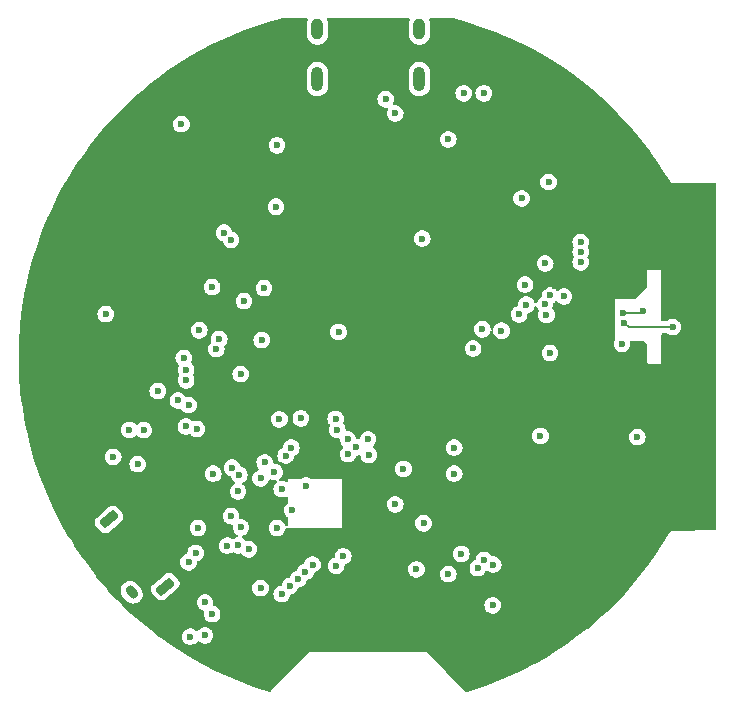
<source format=gbr>
%TF.GenerationSoftware,KiCad,Pcbnew,8.0.1*%
%TF.CreationDate,2024-07-20T14:05:52-04:00*%
%TF.ProjectId,esp32s3,65737033-3273-4332-9e6b-696361645f70,rev?*%
%TF.SameCoordinates,Original*%
%TF.FileFunction,Copper,L2,Inr*%
%TF.FilePolarity,Positive*%
%FSLAX46Y46*%
G04 Gerber Fmt 4.6, Leading zero omitted, Abs format (unit mm)*
G04 Created by KiCad (PCBNEW 8.0.1) date 2024-07-20 14:05:52*
%MOMM*%
%LPD*%
G01*
G04 APERTURE LIST*
G04 Aperture macros list*
%AMRoundRect*
0 Rectangle with rounded corners*
0 $1 Rounding radius*
0 $2 $3 $4 $5 $6 $7 $8 $9 X,Y pos of 4 corners*
0 Add a 4 corners polygon primitive as box body*
4,1,4,$2,$3,$4,$5,$6,$7,$8,$9,$2,$3,0*
0 Add four circle primitives for the rounded corners*
1,1,$1+$1,$2,$3*
1,1,$1+$1,$4,$5*
1,1,$1+$1,$6,$7*
1,1,$1+$1,$8,$9*
0 Add four rect primitives between the rounded corners*
20,1,$1+$1,$2,$3,$4,$5,0*
20,1,$1+$1,$4,$5,$6,$7,0*
20,1,$1+$1,$6,$7,$8,$9,0*
20,1,$1+$1,$8,$9,$2,$3,0*%
%AMHorizOval*
0 Thick line with rounded ends*
0 $1 width*
0 $2 $3 position (X,Y) of the first rounded end (center of the circle)*
0 $4 $5 position (X,Y) of the second rounded end (center of the circle)*
0 Add line between two ends*
20,1,$1,$2,$3,$4,$5,0*
0 Add two circle primitives to create the rounded ends*
1,1,$1,$2,$3*
1,1,$1,$4,$5*%
G04 Aperture macros list end*
%TA.AperFunction,ComponentPad*%
%ADD10HorizOval,0.800000X0.128558X-0.153209X-0.128558X0.153209X0*%
%TD*%
%TA.AperFunction,ComponentPad*%
%ADD11RoundRect,0.131234X-0.685064X-0.223988X-0.339545X-0.635761X0.685064X0.223988X0.339545X0.635761X0*%
%TD*%
%TA.AperFunction,ComponentPad*%
%ADD12O,1.000000X2.100000*%
%TD*%
%TA.AperFunction,ComponentPad*%
%ADD13O,1.000000X1.800000*%
%TD*%
%TA.AperFunction,ViaPad*%
%ADD14C,0.600000*%
%TD*%
%TA.AperFunction,Conductor*%
%ADD15C,0.200000*%
%TD*%
G04 APERTURE END LIST*
D10*
%TO.N,GND*%
%TO.C,SW1*%
X107100000Y-88500000D03*
%TO.N,GP0*%
X109986117Y-91939540D03*
D11*
%TO.N,N/C*%
X112832038Y-91457424D03*
X108068981Y-85781036D03*
%TD*%
D12*
%TO.N,unconnected-(J1-SHIELD-PadS1)_1*%
%TO.C,J1*%
X134345000Y-48490000D03*
D13*
%TO.N,unconnected-(J1-SHIELD-PadS1)_2*%
X134345000Y-44290000D03*
D12*
%TO.N,unconnected-(J1-SHIELD-PadS1)_0*%
X125705000Y-48490000D03*
D13*
%TO.N,unconnected-(J1-SHIELD-PadS1)*%
X125705000Y-44290000D03*
%TD*%
D14*
%TO.N,GPS_ON*%
X120900000Y-91600000D03*
X122200000Y-59300000D03*
%TO.N,+3V3*%
X134100000Y-90000000D03*
X151500000Y-70900000D03*
X123026085Y-80373915D03*
X148000000Y-63100000D03*
X139800000Y-49700000D03*
X140600000Y-89600000D03*
X137300000Y-81900000D03*
X144600000Y-78700000D03*
X122300000Y-86500000D03*
X132300000Y-84500000D03*
X128300971Y-80252441D03*
X148000000Y-62300000D03*
X115720000Y-69760000D03*
X122300000Y-54100000D03*
X137300000Y-79700000D03*
X118100000Y-88000000D03*
X121000000Y-70600000D03*
X136800000Y-53600000D03*
X114200000Y-52300000D03*
X148000000Y-64000000D03*
X107800000Y-68400000D03*
X115600000Y-86500000D03*
X119000000Y-83400000D03*
X145000000Y-64100000D03*
X116800000Y-66100000D03*
%TO.N,GPS_TXD*%
X118400000Y-62100000D03*
X119100000Y-82000000D03*
%TO.N,GPS_RXD*%
X118500000Y-81400000D03*
X117800000Y-61500000D03*
%TO.N,XTAL_N*%
X124750000Y-82909998D03*
X123600000Y-85000000D03*
%TO.N,VCC*%
X138100000Y-49700000D03*
X145281149Y-57210103D03*
%TO.N,Net-(J1-CC1)*%
X131500000Y-50200000D03*
X132300000Y-51400000D03*
%TO.N,Net-(U6-XTB)*%
X151600000Y-68300000D03*
X153300000Y-68100000D03*
%TO.N,Net-(U6-XTA)*%
X155800000Y-69500000D03*
X151700000Y-69141158D03*
%TO.N,ANT_SW_CTRL*%
X146600000Y-66900000D03*
X152800000Y-78800000D03*
%TO.N,LCD_RST*%
X116800000Y-93800000D03*
X130050000Y-80300000D03*
%TO.N,LoRa_BUSY*%
X115400000Y-88600000D03*
X144974265Y-67574265D03*
%TO.N,LoRa_NSS*%
X145400000Y-71700000D03*
X114968081Y-95700000D03*
%TO.N,INT_MAG*%
X122701302Y-92101302D03*
X140550000Y-93050000D03*
%TO.N,SCK*%
X138900000Y-71300000D03*
X117400000Y-70500000D03*
X121200000Y-66200000D03*
X116900000Y-81900000D03*
%TO.N,XL_INT1*%
X124100000Y-90800000D03*
X139800000Y-89200000D03*
%TO.N,LCD_CS*%
X134700000Y-86100000D03*
X130000000Y-79000000D03*
X116200000Y-92800000D03*
%TO.N,LCD_HSYNC*%
X127262500Y-77262500D03*
X121250000Y-80950000D03*
%TO.N,Net-(J5-Pin_12)*%
X122700000Y-83200000D03*
X128976515Y-79676429D03*
%TO.N,LoRa_RST*%
X116200000Y-95600000D03*
X145103260Y-68452940D03*
%TO.N,GP0*%
X123500000Y-79700000D03*
X122500000Y-77300000D03*
%TO.N,LCD_VSYNC*%
X122074925Y-81753431D03*
X127400000Y-78200000D03*
%TO.N,LoRa_DIO1*%
X114800000Y-89400000D03*
X145400000Y-66800000D03*
%TO.N,CHIP_PU*%
X124312500Y-77212500D03*
X119500000Y-67300000D03*
%TO.N,XL_INT0*%
X123401302Y-91401302D03*
X139300000Y-89900000D03*
%TO.N,Net-(J5-Pin_2)*%
X133000000Y-81500000D03*
X127300000Y-89700000D03*
%TO.N,LCD_DE*%
X128300000Y-79000000D03*
X120900000Y-82300000D03*
%TO.N,BAT_V*%
X127500000Y-69900000D03*
X134600000Y-62000000D03*
%TO.N,SDA*%
X114575000Y-77900000D03*
X137900000Y-88700000D03*
X125300000Y-89600000D03*
X119025735Y-87974265D03*
%TO.N,SCL*%
X124700000Y-90200000D03*
X136800000Y-90400000D03*
X119900000Y-88300000D03*
X115500000Y-78100000D03*
%TO.N,MISO*%
X143400000Y-67600000D03*
X108424265Y-80475735D03*
%TO.N,GPIO_INT*%
X119218611Y-73481389D03*
X119250000Y-86450000D03*
%TO.N,MOSI*%
X142792433Y-68407567D03*
X110500000Y-81100000D03*
X141300000Y-69800000D03*
%TO.N,SPI_IO1*%
X111000000Y-78200000D03*
X113900000Y-75700000D03*
%TO.N,SPI_IO2*%
X112200000Y-74900000D03*
X114600000Y-73100000D03*
%TO.N,SPI_IO0*%
X114800000Y-76100000D03*
X114400000Y-72100000D03*
%TO.N,SPI_CS0*%
X114600000Y-74000000D03*
X109800000Y-78200000D03*
%TO.N,GPIO_RST*%
X117150000Y-71350000D03*
X118400000Y-85500000D03*
%TO.N,CHG_STAT*%
X143000000Y-58600000D03*
X127900000Y-88900000D03*
X139675735Y-69675735D03*
X143300000Y-65900000D03*
%TO.N,GND*%
X120650000Y-63950000D03*
X152600000Y-77000000D03*
X111500000Y-83100000D03*
X122400000Y-76300000D03*
X118100000Y-90800000D03*
X145900000Y-75000000D03*
X146500000Y-82400000D03*
X144400000Y-76650000D03*
X121700000Y-45100000D03*
X143600000Y-91500000D03*
X109500000Y-63900000D03*
X124000000Y-60500000D03*
X103100000Y-67400000D03*
X142100000Y-63600000D03*
X112850000Y-55800000D03*
X152400000Y-62100000D03*
X122050000Y-64650000D03*
X126000000Y-77200000D03*
X151800000Y-75600000D03*
X110100000Y-51700000D03*
X126700000Y-60500000D03*
X142100000Y-62700000D03*
X152800000Y-86800000D03*
X138000000Y-56900000D03*
X155000000Y-72900000D03*
X117300000Y-91600000D03*
X120800000Y-45100000D03*
X152800000Y-76000000D03*
X141400000Y-61400000D03*
X144300000Y-91000000D03*
X144900000Y-66100000D03*
X141400000Y-63200000D03*
X137100000Y-56900000D03*
X149900000Y-61100000D03*
X104500000Y-68100000D03*
X122600000Y-84500000D03*
X110600000Y-74100000D03*
X147100000Y-81000000D03*
X123900000Y-48300000D03*
X147900000Y-71800000D03*
X152800000Y-85900000D03*
X110600000Y-75900000D03*
X147600000Y-76800000D03*
X149900000Y-82500000D03*
X149700000Y-68800000D03*
X124900000Y-60500000D03*
X132700000Y-53600000D03*
X110600000Y-75000000D03*
X145800000Y-84000000D03*
X104000000Y-67400000D03*
X138750000Y-80650000D03*
X152000000Y-87200000D03*
X133100000Y-52900000D03*
X145100000Y-83600000D03*
X138200000Y-86100000D03*
X143600000Y-90600000D03*
X116800000Y-64050000D03*
X128900000Y-93500000D03*
X138750000Y-78850000D03*
X134800000Y-93400000D03*
X117350000Y-52900000D03*
X149400000Y-62400000D03*
X136100000Y-92700000D03*
X117300000Y-90000000D03*
X109900000Y-75500000D03*
X155200000Y-71200000D03*
X115500000Y-58700000D03*
X147800000Y-58750000D03*
X124800000Y-71600000D03*
X128400000Y-92800000D03*
X138700000Y-86800000D03*
X145500000Y-76700000D03*
X148100000Y-83200000D03*
X116650000Y-53400000D03*
X123900000Y-49200000D03*
X151400000Y-80800000D03*
X120900000Y-77400000D03*
X153300000Y-62300000D03*
X146700000Y-73600000D03*
X121700000Y-75500000D03*
X148800000Y-68000000D03*
X131800000Y-63500000D03*
X127500000Y-92800000D03*
X103900000Y-76600000D03*
X121800000Y-78500000D03*
X108600000Y-63900000D03*
X147274997Y-82900000D03*
X125300000Y-59800000D03*
X153200000Y-72300000D03*
X123100000Y-45800000D03*
X140500000Y-86800000D03*
X127400000Y-56600000D03*
X147300000Y-88100000D03*
X120900000Y-75800000D03*
X114800000Y-58300000D03*
X147800000Y-80600000D03*
X135700000Y-93400000D03*
X137750000Y-72500000D03*
X146800000Y-76700000D03*
X144400000Y-75750000D03*
X114800000Y-60100000D03*
X113800000Y-69500000D03*
X139200000Y-66700000D03*
X104800000Y-76600000D03*
X153000000Y-81000000D03*
X152400000Y-80400000D03*
X151500000Y-81900000D03*
X156600000Y-67300000D03*
X141400000Y-62300000D03*
X144400000Y-74850000D03*
X152000000Y-86300000D03*
X125700000Y-92800000D03*
X135400000Y-53600000D03*
X142850000Y-53550000D03*
X148900000Y-78200000D03*
X150700000Y-81700000D03*
X154300000Y-64200000D03*
X145100000Y-84500000D03*
X113550000Y-55300000D03*
X112400000Y-83100000D03*
X149700000Y-68000000D03*
X143600000Y-93300000D03*
X113500000Y-77100000D03*
X114700000Y-48600000D03*
X142100000Y-61800000D03*
X146100000Y-65200000D03*
X138750000Y-81550000D03*
X132200000Y-52900000D03*
X152700000Y-83100000D03*
X145600000Y-81400000D03*
X109900000Y-74600000D03*
X153700000Y-75800000D03*
X147000000Y-71900000D03*
X113500000Y-78000000D03*
X110600000Y-68800000D03*
X121000000Y-74800000D03*
X142950000Y-57150000D03*
X153500000Y-82600000D03*
X153400000Y-64300000D03*
X110000000Y-64600000D03*
X151600000Y-61900000D03*
X108500000Y-60800000D03*
X150200000Y-84100000D03*
X112850000Y-54900000D03*
X147900000Y-69600000D03*
X114800000Y-59200000D03*
X115500000Y-56900000D03*
X112900000Y-69500000D03*
X133600000Y-53600000D03*
X137750000Y-75200000D03*
X136600000Y-56200000D03*
X146400000Y-81400000D03*
X145150000Y-65150000D03*
X148800000Y-68800000D03*
X137800000Y-86800000D03*
X150800000Y-61300000D03*
X156200000Y-68200000D03*
X151900000Y-66800000D03*
X150600000Y-80800000D03*
X110800000Y-51200000D03*
X119100000Y-75300000D03*
X138500000Y-66300000D03*
X154200000Y-62500000D03*
X137750000Y-73400000D03*
X147900000Y-82300000D03*
X145800000Y-85800000D03*
X123200000Y-48800000D03*
X145100000Y-85400000D03*
X145100000Y-73200000D03*
X145800000Y-84900000D03*
X147300000Y-84200000D03*
X123200000Y-49700000D03*
X119100000Y-76400000D03*
X153500000Y-63400000D03*
X152000000Y-84500000D03*
X126600000Y-92800000D03*
X137500000Y-56200000D03*
X106200000Y-77300000D03*
X128600000Y-62800000D03*
X117350000Y-52000000D03*
X128000000Y-93500000D03*
X114800000Y-57400000D03*
X134000000Y-52900000D03*
X147300000Y-77700000D03*
X115500000Y-57800000D03*
X153500000Y-84400000D03*
X127700000Y-96200000D03*
X134500000Y-53600000D03*
X138750000Y-79750000D03*
X149700000Y-69600000D03*
X106200000Y-60100000D03*
X143550000Y-53050000D03*
X121150000Y-64650000D03*
X147500000Y-61300000D03*
X146600000Y-63600000D03*
X146200000Y-77400000D03*
X150200000Y-77100000D03*
X116800000Y-64950000D03*
X155900000Y-70600000D03*
X149100000Y-61500000D03*
X119100000Y-78500000D03*
X153900000Y-72900000D03*
X152300000Y-65000000D03*
X134900000Y-52900000D03*
X129100000Y-63500000D03*
X146000000Y-80700000D03*
X150700000Y-82600000D03*
X110400000Y-63900000D03*
X145300000Y-75800000D03*
X147300000Y-76000000D03*
X153300000Y-77800000D03*
X130000000Y-63500000D03*
X126200000Y-93500000D03*
X152000000Y-82700000D03*
X111500000Y-68800000D03*
X152700000Y-82200000D03*
X136200000Y-56900000D03*
X105300000Y-77300000D03*
X133400000Y-92700000D03*
X154400000Y-73600000D03*
X111800000Y-64600000D03*
X145100000Y-86300000D03*
X152000000Y-83600000D03*
X153200000Y-65500000D03*
X122400000Y-73600000D03*
X144600000Y-73900000D03*
X143550000Y-52150000D03*
X145000000Y-80800000D03*
X147100000Y-59250000D03*
X153800000Y-79300000D03*
X148800000Y-69600000D03*
X155900000Y-65900000D03*
X147500000Y-78700000D03*
X145800000Y-66000000D03*
X155500000Y-63600000D03*
X156000000Y-64900000D03*
X141400000Y-64100000D03*
X144250000Y-65400000D03*
X114000000Y-50000000D03*
X129500000Y-62800000D03*
X104400000Y-77300000D03*
X145200000Y-77500000D03*
X113550000Y-54400000D03*
X147100000Y-81800000D03*
X145800000Y-86700000D03*
X145600000Y-82200000D03*
X157100000Y-68700000D03*
X155500000Y-73600000D03*
X149800000Y-80800000D03*
X156000000Y-72800000D03*
X111300000Y-63900000D03*
X155100000Y-65300000D03*
X144300000Y-92800000D03*
X152600000Y-64000000D03*
X153400000Y-80200000D03*
X126200000Y-72300000D03*
X126200000Y-59800000D03*
X122200000Y-45800000D03*
X118900000Y-91600000D03*
X145200000Y-70700000D03*
X120900000Y-78500000D03*
X105700000Y-76600000D03*
X144200000Y-66600000D03*
X140000000Y-86100000D03*
X153300000Y-71400000D03*
X142100000Y-60900000D03*
X112400000Y-68800000D03*
X146300000Y-64400000D03*
X153500000Y-81700000D03*
X153900000Y-78400000D03*
X145800000Y-83100000D03*
X142100000Y-49150000D03*
X154500000Y-76300000D03*
X152100000Y-81300000D03*
X147300000Y-74300000D03*
X156700000Y-66300000D03*
X155100000Y-64400000D03*
X107600000Y-60800000D03*
X146100000Y-76100000D03*
X126700000Y-55300000D03*
X110600000Y-83100000D03*
X145800000Y-87600000D03*
X120800000Y-73500000D03*
X119100000Y-77500000D03*
X155400000Y-72100000D03*
X150100000Y-64900000D03*
X112000000Y-83800000D03*
X149900000Y-81700000D03*
X156900000Y-69700000D03*
X153500000Y-76600000D03*
X147700000Y-72700000D03*
X121300000Y-45800000D03*
X153500000Y-83500000D03*
X150600000Y-83400000D03*
X154500000Y-75400000D03*
X125800000Y-60500000D03*
X111100000Y-83800000D03*
X145800000Y-72800000D03*
X150800000Y-62400000D03*
X127500000Y-81800000D03*
X144300000Y-91900000D03*
X139200000Y-68500000D03*
X152700000Y-84900000D03*
X136600000Y-93400000D03*
X157400000Y-67800000D03*
X143400000Y-71300000D03*
X138500000Y-68100000D03*
X109700000Y-83100000D03*
X151200000Y-74500000D03*
X125700000Y-71600000D03*
X144300000Y-90100000D03*
X106600000Y-76600000D03*
X122600000Y-45100000D03*
X112000000Y-69500000D03*
X139200000Y-67600000D03*
X102200000Y-67400000D03*
X137750000Y-74300000D03*
X123500000Y-45100000D03*
X152500000Y-66200000D03*
X110800000Y-52100000D03*
X124000000Y-45800000D03*
X130400000Y-62800000D03*
X146600000Y-75400000D03*
X118900000Y-90000000D03*
X144700000Y-58000000D03*
X152600000Y-62900000D03*
X124400000Y-72300000D03*
X141400000Y-49650000D03*
X151700000Y-76700000D03*
X148400000Y-61100000D03*
X149800000Y-83300000D03*
X108000000Y-60100000D03*
X127100000Y-93500000D03*
X152700000Y-84000000D03*
X155000000Y-74500000D03*
X146700000Y-62700000D03*
X150600000Y-77800000D03*
X147800000Y-81400000D03*
X121500000Y-76600000D03*
X156300000Y-64100000D03*
X110900000Y-64600000D03*
X154500000Y-63400000D03*
X138500000Y-69000000D03*
X137300000Y-86100000D03*
X127400000Y-55700000D03*
X156200000Y-71500000D03*
X121900000Y-89200000D03*
X110100000Y-52600000D03*
X155900000Y-66900000D03*
X144900000Y-79800000D03*
X124400000Y-59800000D03*
X139200000Y-65700000D03*
X146500000Y-74400000D03*
X110200000Y-83800000D03*
X150600000Y-75400000D03*
X147400000Y-75100000D03*
X109100000Y-64600000D03*
X138400000Y-56200000D03*
X150700000Y-73800000D03*
X139100000Y-86100000D03*
X144400000Y-77450000D03*
X114700000Y-49500000D03*
X146900000Y-61900000D03*
X147100000Y-60150000D03*
X145300000Y-74400000D03*
X111100000Y-69500000D03*
X114000000Y-49100000D03*
X147800000Y-59650000D03*
X135200000Y-92700000D03*
X142850000Y-52650000D03*
X106700000Y-60800000D03*
X127400000Y-54800000D03*
X155200000Y-66300000D03*
X115500000Y-59600000D03*
X125300000Y-72300000D03*
X103600000Y-68100000D03*
X150100000Y-62000000D03*
X107100000Y-77300000D03*
X143300000Y-72300000D03*
X147900000Y-68000000D03*
X130900000Y-63500000D03*
X156800000Y-70500000D03*
X116650000Y-52500000D03*
X147900000Y-68800000D03*
X138500000Y-67200000D03*
X123500000Y-59800000D03*
X144300000Y-71700000D03*
X145900000Y-73800000D03*
X135700000Y-56200000D03*
X131300000Y-62800000D03*
X144100000Y-70800000D03*
X134300000Y-92700000D03*
X154100000Y-74500000D03*
X133900000Y-93400000D03*
X139600000Y-86800000D03*
X154200000Y-77300000D03*
X126700000Y-56200000D03*
X113300000Y-68800000D03*
X109900000Y-76400000D03*
X107100000Y-60100000D03*
X119000000Y-74400000D03*
X102700000Y-68100000D03*
X143600000Y-92400000D03*
X121550000Y-63950000D03*
X150600000Y-88200000D03*
X112900000Y-83800000D03*
X152000000Y-85400000D03*
%TD*%
D15*
%TO.N,Net-(U6-XTB)*%
X151600000Y-68300000D02*
X153100000Y-68300000D01*
X153100000Y-68300000D02*
X153300000Y-68100000D01*
%TO.N,Net-(U6-XTA)*%
X151700000Y-69141158D02*
X152058842Y-69500000D01*
X152058842Y-69500000D02*
X155800000Y-69500000D01*
%TD*%
%TA.AperFunction,Conductor*%
%TO.N,GND*%
G36*
X124855944Y-43320185D02*
G01*
X124901699Y-43372989D01*
X124911643Y-43442147D01*
X124903466Y-43471952D01*
X124839106Y-43627332D01*
X124839103Y-43627341D01*
X124804500Y-43801304D01*
X124804500Y-44778695D01*
X124839103Y-44952658D01*
X124839106Y-44952667D01*
X124906983Y-45116540D01*
X124906990Y-45116553D01*
X125005535Y-45264034D01*
X125005538Y-45264038D01*
X125130961Y-45389461D01*
X125130965Y-45389464D01*
X125278446Y-45488009D01*
X125278459Y-45488016D01*
X125372970Y-45527163D01*
X125442334Y-45555894D01*
X125442336Y-45555894D01*
X125442341Y-45555896D01*
X125616304Y-45590499D01*
X125616307Y-45590500D01*
X125616309Y-45590500D01*
X125793693Y-45590500D01*
X125793694Y-45590499D01*
X125851682Y-45578964D01*
X125967658Y-45555896D01*
X125967661Y-45555894D01*
X125967666Y-45555894D01*
X126131547Y-45488013D01*
X126279035Y-45389464D01*
X126404464Y-45264035D01*
X126503013Y-45116547D01*
X126570894Y-44952666D01*
X126605500Y-44778691D01*
X126605500Y-43801309D01*
X126605500Y-43801306D01*
X126605499Y-43801304D01*
X126570896Y-43627341D01*
X126570893Y-43627332D01*
X126506534Y-43471952D01*
X126499065Y-43402482D01*
X126530341Y-43340003D01*
X126590430Y-43304352D01*
X126621095Y-43300500D01*
X129998961Y-43300500D01*
X129999577Y-43300502D01*
X133422476Y-43317517D01*
X133489414Y-43337534D01*
X133534906Y-43390565D01*
X133544506Y-43459772D01*
X133536419Y-43488966D01*
X133479106Y-43627334D01*
X133479105Y-43627338D01*
X133479104Y-43627341D01*
X133479103Y-43627341D01*
X133444500Y-43801304D01*
X133444500Y-44778695D01*
X133479103Y-44952658D01*
X133479106Y-44952667D01*
X133546983Y-45116540D01*
X133546990Y-45116553D01*
X133645535Y-45264034D01*
X133645538Y-45264038D01*
X133770961Y-45389461D01*
X133770965Y-45389464D01*
X133918446Y-45488009D01*
X133918459Y-45488016D01*
X134012970Y-45527163D01*
X134082334Y-45555894D01*
X134082336Y-45555894D01*
X134082341Y-45555896D01*
X134256304Y-45590499D01*
X134256307Y-45590500D01*
X134256309Y-45590500D01*
X134433693Y-45590500D01*
X134433694Y-45590499D01*
X134491682Y-45578964D01*
X134607658Y-45555896D01*
X134607661Y-45555894D01*
X134607666Y-45555894D01*
X134771547Y-45488013D01*
X134919035Y-45389464D01*
X135044464Y-45264035D01*
X135143013Y-45116547D01*
X135210894Y-44952666D01*
X135245500Y-44778691D01*
X135245500Y-43801309D01*
X135245500Y-43801306D01*
X135245499Y-43801304D01*
X135210896Y-43627341D01*
X135210893Y-43627332D01*
X135157391Y-43498165D01*
X135149922Y-43428696D01*
X135181197Y-43366217D01*
X135241287Y-43330565D01*
X135272560Y-43326715D01*
X137135218Y-43335975D01*
X137166560Y-43340164D01*
X138110466Y-43592035D01*
X138114578Y-43593210D01*
X138924212Y-43839746D01*
X139094421Y-43891575D01*
X139098528Y-43892904D01*
X140067379Y-44225192D01*
X140071438Y-44226663D01*
X141028163Y-44592488D01*
X141032168Y-44594100D01*
X141975556Y-44992998D01*
X141979496Y-44994745D01*
X142908464Y-45426259D01*
X142912297Y-45428122D01*
X143265139Y-45607208D01*
X143825682Y-45891714D01*
X143829498Y-45893735D01*
X144726168Y-46388829D01*
X144729873Y-46390960D01*
X145608785Y-46916979D01*
X145612400Y-46919228D01*
X146472497Y-47475544D01*
X146476069Y-47477945D01*
X146761994Y-47677334D01*
X147316195Y-48063805D01*
X147319693Y-48066335D01*
X148138967Y-48681124D01*
X148142364Y-48683767D01*
X148939721Y-49326689D01*
X148943028Y-49329452D01*
X149570003Y-49872070D01*
X149717523Y-49999741D01*
X149720728Y-50002614D01*
X150105503Y-50359789D01*
X150471415Y-50699455D01*
X150474528Y-50702447D01*
X150746352Y-50972989D01*
X151159943Y-51384629D01*
X151200507Y-51425001D01*
X151203507Y-51428093D01*
X151903902Y-52175490D01*
X151906768Y-52178657D01*
X152421646Y-52767927D01*
X152580719Y-52949983D01*
X152583503Y-52953283D01*
X153230190Y-53747594D01*
X153232857Y-53750989D01*
X153851500Y-54567329D01*
X153854047Y-54570815D01*
X153987161Y-54759790D01*
X154413003Y-55364337D01*
X154443888Y-55408182D01*
X154446312Y-55411754D01*
X155006637Y-56269135D01*
X155008936Y-56272789D01*
X155539558Y-57149954D01*
X155540845Y-57152132D01*
X155562886Y-57190306D01*
X155564090Y-57192102D01*
X155564136Y-57192182D01*
X155564137Y-57192183D01*
X155590855Y-57216094D01*
X155595843Y-57220814D01*
X155615489Y-57240460D01*
X155615492Y-57240462D01*
X155621938Y-57245408D01*
X155621798Y-57245590D01*
X155632360Y-57253239D01*
X155635067Y-57255662D01*
X155635068Y-57255662D01*
X155635069Y-57255663D01*
X155649658Y-57262105D01*
X155657668Y-57265643D01*
X155669577Y-57271688D01*
X155684011Y-57280021D01*
X155690569Y-57281778D01*
X155708573Y-57288122D01*
X155722146Y-57294116D01*
X155735615Y-57295490D01*
X155755111Y-57299072D01*
X155760438Y-57300500D01*
X155778402Y-57300500D01*
X155790991Y-57301141D01*
X155816842Y-57303779D01*
X155816842Y-57303778D01*
X155816843Y-57303779D01*
X155818369Y-57303449D01*
X155819121Y-57303288D01*
X155845267Y-57300500D01*
X159375500Y-57300500D01*
X159442539Y-57320185D01*
X159488294Y-57372989D01*
X159499500Y-57424500D01*
X159499500Y-86577509D01*
X159479815Y-86644548D01*
X159427011Y-86690303D01*
X159376088Y-86701508D01*
X155877243Y-86718112D01*
X155850521Y-86715328D01*
X155849232Y-86715050D01*
X155849225Y-86715049D01*
X155822371Y-86717790D01*
X155810379Y-86718430D01*
X155791553Y-86718520D01*
X155791402Y-86718521D01*
X155791400Y-86718521D01*
X155791396Y-86718522D01*
X155787055Y-86719707D01*
X155767005Y-86723440D01*
X155754536Y-86724713D01*
X155754528Y-86724715D01*
X155740026Y-86731119D01*
X155722617Y-86737302D01*
X155715077Y-86739361D01*
X155715069Y-86739364D01*
X155701544Y-86747258D01*
X155689147Y-86753588D01*
X155667460Y-86763166D01*
X155667453Y-86763171D01*
X155663984Y-86766276D01*
X155653100Y-86774198D01*
X155653159Y-86774274D01*
X155646735Y-86779251D01*
X155627880Y-86798285D01*
X155622486Y-86803414D01*
X155596524Y-86826650D01*
X155596518Y-86826657D01*
X155596345Y-86826956D01*
X155593338Y-86831466D01*
X155573247Y-86866649D01*
X155571612Y-86869428D01*
X155014142Y-87789247D01*
X155011726Y-87793074D01*
X154421258Y-88691628D01*
X154418704Y-88695365D01*
X153795822Y-89571792D01*
X153793133Y-89575433D01*
X153138684Y-90428539D01*
X153135864Y-90432079D01*
X152450714Y-91260733D01*
X152447766Y-91264168D01*
X151732853Y-92067239D01*
X151729783Y-92070564D01*
X150986001Y-92847048D01*
X150982811Y-92850259D01*
X150211229Y-93599039D01*
X150207923Y-93602132D01*
X149409479Y-94322298D01*
X149406064Y-94325267D01*
X149196916Y-94500500D01*
X148581895Y-95015789D01*
X148578397Y-95018614D01*
X147729562Y-95678610D01*
X147725938Y-95681323D01*
X146853604Y-96309884D01*
X146849884Y-96312463D01*
X145955180Y-96908777D01*
X145951369Y-96911218D01*
X145035488Y-97474487D01*
X145031590Y-97476787D01*
X144095763Y-98006254D01*
X144091783Y-98008410D01*
X143137295Y-98503353D01*
X143133240Y-98505363D01*
X142161300Y-98965150D01*
X142157174Y-98967011D01*
X141169086Y-99391028D01*
X141164894Y-99392737D01*
X140161987Y-99780412D01*
X140157736Y-99781966D01*
X139141399Y-100132762D01*
X139137095Y-100134161D01*
X138341042Y-100376794D01*
X138271176Y-100377510D01*
X138215506Y-100344126D01*
X135000001Y-97000000D01*
X135000000Y-97000000D01*
X125000000Y-97000000D01*
X121785576Y-100342998D01*
X121724921Y-100377678D01*
X121660948Y-100375937D01*
X121078121Y-100203149D01*
X121073805Y-100201784D01*
X120054762Y-99858742D01*
X120050500Y-99857220D01*
X119044677Y-99477225D01*
X119040472Y-99475548D01*
X118049185Y-99059096D01*
X118045045Y-99057267D01*
X117069621Y-98604917D01*
X117065550Y-98602938D01*
X116107286Y-98115290D01*
X116103290Y-98113164D01*
X115163458Y-97590867D01*
X115159543Y-97588597D01*
X114239391Y-97032344D01*
X114235561Y-97029932D01*
X113336341Y-96440479D01*
X113332601Y-96437929D01*
X112455472Y-95816036D01*
X112451828Y-95813351D01*
X112303724Y-95700000D01*
X114262436Y-95700000D01*
X114282940Y-95868869D01*
X114282941Y-95868874D01*
X114343263Y-96027931D01*
X114374308Y-96072906D01*
X114439898Y-96167929D01*
X114537593Y-96254479D01*
X114567231Y-96280736D01*
X114717854Y-96359789D01*
X114717856Y-96359790D01*
X114883025Y-96400500D01*
X115053137Y-96400500D01*
X115218306Y-96359790D01*
X115313393Y-96309884D01*
X115368930Y-96280736D01*
X115368931Y-96280734D01*
X115368933Y-96280734D01*
X115496264Y-96167929D01*
X115526202Y-96124555D01*
X115580485Y-96080566D01*
X115649933Y-96072906D01*
X115710479Y-96102180D01*
X115799150Y-96180736D01*
X115939656Y-96254479D01*
X115949775Y-96259790D01*
X116114944Y-96300500D01*
X116285056Y-96300500D01*
X116450225Y-96259790D01*
X116529692Y-96218081D01*
X116600849Y-96180736D01*
X116600850Y-96180734D01*
X116600852Y-96180734D01*
X116728183Y-96067929D01*
X116824818Y-95927930D01*
X116885140Y-95768872D01*
X116905645Y-95600000D01*
X116885140Y-95431128D01*
X116824818Y-95272070D01*
X116797208Y-95232071D01*
X116758122Y-95175445D01*
X116728183Y-95132071D01*
X116600852Y-95019266D01*
X116600849Y-95019263D01*
X116450226Y-94940210D01*
X116285056Y-94899500D01*
X116114944Y-94899500D01*
X115949773Y-94940210D01*
X115799150Y-95019263D01*
X115671816Y-95132071D01*
X115641877Y-95175445D01*
X115587593Y-95219434D01*
X115518144Y-95227092D01*
X115457601Y-95197819D01*
X115368930Y-95119263D01*
X115218307Y-95040210D01*
X115053137Y-94999500D01*
X114883025Y-94999500D01*
X114717854Y-95040210D01*
X114567231Y-95119263D01*
X114439897Y-95232072D01*
X114343263Y-95372068D01*
X114282941Y-95531125D01*
X114282940Y-95531130D01*
X114262436Y-95700000D01*
X112303724Y-95700000D01*
X111597985Y-95159866D01*
X111594442Y-95157050D01*
X110765027Y-94472846D01*
X110761588Y-94469902D01*
X109957683Y-93755871D01*
X109954355Y-93752804D01*
X109177073Y-93009939D01*
X109173858Y-93006753D01*
X109137010Y-92968869D01*
X108760795Y-92582071D01*
X108424167Y-92235974D01*
X108421071Y-92232672D01*
X108025510Y-91795110D01*
X109053234Y-91795110D01*
X109070399Y-91951850D01*
X109070399Y-91951852D01*
X109070400Y-91951854D01*
X109116954Y-92099500D01*
X109117819Y-92102243D01*
X109191186Y-92235974D01*
X109193662Y-92240487D01*
X109352039Y-92429233D01*
X109552134Y-92667696D01*
X109552136Y-92667698D01*
X109675110Y-92766395D01*
X109675112Y-92766396D01*
X109814980Y-92839207D01*
X109966366Y-92883332D01*
X110123451Y-92897075D01*
X110280198Y-92879908D01*
X110430585Y-92832490D01*
X110489807Y-92800000D01*
X115494355Y-92800000D01*
X115514859Y-92968869D01*
X115514860Y-92968874D01*
X115575182Y-93127931D01*
X115583658Y-93140210D01*
X115671817Y-93267929D01*
X115744219Y-93332071D01*
X115799150Y-93380736D01*
X115949774Y-93459790D01*
X115976082Y-93466274D01*
X116024820Y-93478286D01*
X116085200Y-93513441D01*
X116116989Y-93575660D01*
X116115672Y-93623671D01*
X116115764Y-93623683D01*
X116115645Y-93624662D01*
X116115544Y-93628349D01*
X116114860Y-93631122D01*
X116094355Y-93800000D01*
X116114859Y-93968869D01*
X116114860Y-93968874D01*
X116175182Y-94127931D01*
X116201253Y-94165700D01*
X116271817Y-94267929D01*
X116373676Y-94358168D01*
X116399150Y-94380736D01*
X116549773Y-94459789D01*
X116549775Y-94459790D01*
X116714944Y-94500500D01*
X116885056Y-94500500D01*
X117050225Y-94459790D01*
X117129692Y-94418081D01*
X117200849Y-94380736D01*
X117200850Y-94380734D01*
X117200852Y-94380734D01*
X117328183Y-94267929D01*
X117424818Y-94127930D01*
X117485140Y-93968872D01*
X117505645Y-93800000D01*
X117485140Y-93631128D01*
X117424818Y-93472070D01*
X117328183Y-93332071D01*
X117200852Y-93219266D01*
X117200849Y-93219263D01*
X117050226Y-93140210D01*
X116975179Y-93121713D01*
X116914799Y-93086557D01*
X116896121Y-93050000D01*
X139844355Y-93050000D01*
X139864859Y-93218869D01*
X139864860Y-93218874D01*
X139925182Y-93377931D01*
X139981686Y-93459790D01*
X140021817Y-93517929D01*
X140113372Y-93599039D01*
X140149150Y-93630736D01*
X140299773Y-93709789D01*
X140299775Y-93709790D01*
X140464944Y-93750500D01*
X140635056Y-93750500D01*
X140800225Y-93709790D01*
X140879692Y-93668081D01*
X140950849Y-93630736D01*
X140950850Y-93630734D01*
X140950852Y-93630734D01*
X141078183Y-93517929D01*
X141174818Y-93377930D01*
X141235140Y-93218872D01*
X141255645Y-93050000D01*
X141235140Y-92881128D01*
X141174818Y-92722070D01*
X141078183Y-92582071D01*
X140950852Y-92469266D01*
X140950849Y-92469263D01*
X140800226Y-92390210D01*
X140635056Y-92349500D01*
X140464944Y-92349500D01*
X140299773Y-92390210D01*
X140149150Y-92469263D01*
X140021816Y-92582072D01*
X139925182Y-92722068D01*
X139864860Y-92881125D01*
X139864859Y-92881130D01*
X139844355Y-93050000D01*
X116896121Y-93050000D01*
X116883010Y-93024338D01*
X116884329Y-92976328D01*
X116884236Y-92976317D01*
X116884356Y-92975322D01*
X116884458Y-92971636D01*
X116885136Y-92968881D01*
X116885140Y-92968872D01*
X116905645Y-92800000D01*
X116885140Y-92631128D01*
X116881173Y-92620669D01*
X116824817Y-92472068D01*
X116769856Y-92392444D01*
X116728183Y-92332071D01*
X116619712Y-92235974D01*
X116600849Y-92219263D01*
X116450226Y-92140210D01*
X116285056Y-92099500D01*
X116114944Y-92099500D01*
X115949773Y-92140210D01*
X115799150Y-92219263D01*
X115671816Y-92332072D01*
X115575182Y-92472068D01*
X115514860Y-92631125D01*
X115514859Y-92631130D01*
X115494355Y-92800000D01*
X110489807Y-92800000D01*
X110568831Y-92756646D01*
X110689624Y-92655288D01*
X110788322Y-92532312D01*
X110861133Y-92392444D01*
X110905258Y-92241059D01*
X110919001Y-92083974D01*
X110901834Y-91927226D01*
X110901834Y-91927224D01*
X110901832Y-91927219D01*
X110866829Y-91816209D01*
X110854416Y-91776840D01*
X110778572Y-91638593D01*
X110775248Y-91634632D01*
X111612283Y-91634632D01*
X111612478Y-91638590D01*
X111619490Y-91780619D01*
X111619491Y-91780627D01*
X111631382Y-91816209D01*
X111665819Y-91919259D01*
X111687110Y-91951854D01*
X111712886Y-91991317D01*
X111712891Y-91991324D01*
X112111910Y-92466854D01*
X112111926Y-92466871D01*
X112117472Y-92472070D01*
X112174707Y-92525729D01*
X112174709Y-92525730D01*
X112174710Y-92525731D01*
X112186842Y-92532312D01*
X112303190Y-92595427D01*
X112445714Y-92627876D01*
X112591706Y-92620669D01*
X112730341Y-92574341D01*
X112802397Y-92527274D01*
X113890781Y-91614011D01*
X113903916Y-91600000D01*
X120194355Y-91600000D01*
X120214859Y-91768869D01*
X120214860Y-91768874D01*
X120275182Y-91927931D01*
X120312529Y-91982036D01*
X120371817Y-92067929D01*
X120410550Y-92102243D01*
X120499150Y-92180736D01*
X120614086Y-92241059D01*
X120649775Y-92259790D01*
X120814944Y-92300500D01*
X120985056Y-92300500D01*
X121150225Y-92259790D01*
X121250881Y-92206961D01*
X121300849Y-92180736D01*
X121300850Y-92180734D01*
X121300852Y-92180734D01*
X121390513Y-92101302D01*
X121995657Y-92101302D01*
X122016161Y-92270171D01*
X122016162Y-92270176D01*
X122076484Y-92429233D01*
X122106053Y-92472070D01*
X122173119Y-92569231D01*
X122242987Y-92631128D01*
X122300452Y-92682038D01*
X122442600Y-92756643D01*
X122451077Y-92761092D01*
X122616246Y-92801802D01*
X122786358Y-92801802D01*
X122951527Y-92761092D01*
X123030994Y-92719383D01*
X123102151Y-92682038D01*
X123102152Y-92682036D01*
X123102154Y-92682036D01*
X123229485Y-92569231D01*
X123326120Y-92429232D01*
X123386442Y-92270174D01*
X123394117Y-92206959D01*
X123421738Y-92142783D01*
X123479672Y-92103726D01*
X123487513Y-92101517D01*
X123651527Y-92061092D01*
X123710188Y-92030304D01*
X123802151Y-91982038D01*
X123802152Y-91982036D01*
X123802154Y-91982036D01*
X123929485Y-91869231D01*
X124026120Y-91729232D01*
X124082799Y-91579778D01*
X124124976Y-91524076D01*
X124177942Y-91502984D01*
X124177773Y-91502295D01*
X124182763Y-91501065D01*
X124183798Y-91500653D01*
X124185053Y-91500500D01*
X124185056Y-91500500D01*
X124350225Y-91459790D01*
X124466284Y-91398877D01*
X124500849Y-91380736D01*
X124500850Y-91380734D01*
X124500852Y-91380734D01*
X124628183Y-91267929D01*
X124724818Y-91127930D01*
X124785140Y-90968872D01*
X124785140Y-90968864D01*
X124785147Y-90968841D01*
X124785160Y-90968817D01*
X124787800Y-90961858D01*
X124788957Y-90962296D01*
X124820302Y-90908460D01*
X124875870Y-90878116D01*
X124950225Y-90859790D01*
X125100852Y-90780734D01*
X125228183Y-90667929D01*
X125324818Y-90527930D01*
X125385140Y-90368872D01*
X125385140Y-90368864D01*
X125385147Y-90368841D01*
X125385160Y-90368817D01*
X125387800Y-90361858D01*
X125388957Y-90362296D01*
X125420302Y-90308460D01*
X125475870Y-90278116D01*
X125550225Y-90259790D01*
X125700852Y-90180734D01*
X125828183Y-90067929D01*
X125924818Y-89927930D01*
X125985140Y-89768872D01*
X125993503Y-89700000D01*
X126594355Y-89700000D01*
X126614859Y-89868869D01*
X126614860Y-89868874D01*
X126675182Y-90027931D01*
X126737475Y-90118177D01*
X126771817Y-90167929D01*
X126875506Y-90259789D01*
X126899150Y-90280736D01*
X127022931Y-90345701D01*
X127049775Y-90359790D01*
X127214944Y-90400500D01*
X127385056Y-90400500D01*
X127550225Y-90359790D01*
X127648025Y-90308460D01*
X127700849Y-90280736D01*
X127700850Y-90280734D01*
X127700852Y-90280734D01*
X127828183Y-90167929D01*
X127924818Y-90027930D01*
X127935410Y-90000000D01*
X133394355Y-90000000D01*
X133414859Y-90168869D01*
X133414860Y-90168874D01*
X133475182Y-90327931D01*
X133517416Y-90389116D01*
X133571817Y-90467929D01*
X133639546Y-90527931D01*
X133699150Y-90580736D01*
X133849773Y-90659789D01*
X133849775Y-90659790D01*
X134014944Y-90700500D01*
X134185056Y-90700500D01*
X134350225Y-90659790D01*
X134455100Y-90604747D01*
X134500849Y-90580736D01*
X134500850Y-90580734D01*
X134500852Y-90580734D01*
X134628183Y-90467929D01*
X134675071Y-90400000D01*
X136094355Y-90400000D01*
X136114859Y-90568869D01*
X136114860Y-90568874D01*
X136175182Y-90727931D01*
X136211630Y-90780734D01*
X136271817Y-90867929D01*
X136353406Y-90940210D01*
X136399150Y-90980736D01*
X136549773Y-91059789D01*
X136549775Y-91059790D01*
X136714944Y-91100500D01*
X136885056Y-91100500D01*
X137050225Y-91059790D01*
X137172246Y-90995748D01*
X137200849Y-90980736D01*
X137200850Y-90980734D01*
X137200852Y-90980734D01*
X137328183Y-90867929D01*
X137424818Y-90727930D01*
X137485140Y-90568872D01*
X137505645Y-90400000D01*
X137485140Y-90231128D01*
X137483926Y-90227928D01*
X137450660Y-90140210D01*
X137424818Y-90072070D01*
X137422608Y-90068869D01*
X137348346Y-89961282D01*
X137328183Y-89932071D01*
X137291982Y-89900000D01*
X138594355Y-89900000D01*
X138614859Y-90068869D01*
X138614860Y-90068874D01*
X138675182Y-90227931D01*
X138715936Y-90286972D01*
X138771817Y-90367929D01*
X138840232Y-90428539D01*
X138899150Y-90480736D01*
X138989071Y-90527930D01*
X139049775Y-90559790D01*
X139214944Y-90600500D01*
X139385056Y-90600500D01*
X139550225Y-90559790D01*
X139629692Y-90518081D01*
X139700849Y-90480736D01*
X139700850Y-90480734D01*
X139700852Y-90480734D01*
X139828183Y-90367929D01*
X139924818Y-90227930D01*
X139943503Y-90178658D01*
X139985680Y-90122957D01*
X140051277Y-90098899D01*
X140119468Y-90114125D01*
X140141672Y-90129815D01*
X140199147Y-90180733D01*
X140199149Y-90180735D01*
X140349773Y-90259789D01*
X140349775Y-90259790D01*
X140514944Y-90300500D01*
X140685056Y-90300500D01*
X140850225Y-90259790D01*
X140929692Y-90218081D01*
X141000849Y-90180736D01*
X141000850Y-90180734D01*
X141000852Y-90180734D01*
X141128183Y-90067929D01*
X141224818Y-89927930D01*
X141285140Y-89768872D01*
X141305645Y-89600000D01*
X141285140Y-89431128D01*
X141280641Y-89419266D01*
X141234828Y-89298464D01*
X141224818Y-89272070D01*
X141216342Y-89259791D01*
X141175071Y-89200000D01*
X141128183Y-89132071D01*
X141014245Y-89031131D01*
X141000849Y-89019263D01*
X140850226Y-88940210D01*
X140685056Y-88899500D01*
X140514944Y-88899500D01*
X140508832Y-88899500D01*
X140441793Y-88879815D01*
X140406782Y-88845941D01*
X140328183Y-88732071D01*
X140239845Y-88653811D01*
X140200849Y-88619263D01*
X140050226Y-88540210D01*
X139885056Y-88499500D01*
X139714944Y-88499500D01*
X139549773Y-88540210D01*
X139399150Y-88619263D01*
X139285195Y-88720219D01*
X139272882Y-88731128D01*
X139271816Y-88732072D01*
X139175182Y-88872068D01*
X139114860Y-89031125D01*
X139114859Y-89031131D01*
X139100019Y-89153351D01*
X139072397Y-89217529D01*
X139034550Y-89248200D01*
X138899149Y-89319265D01*
X138899148Y-89319266D01*
X138772882Y-89431128D01*
X138771816Y-89432072D01*
X138675182Y-89572068D01*
X138614860Y-89731125D01*
X138614859Y-89731130D01*
X138594355Y-89900000D01*
X137291982Y-89900000D01*
X137214244Y-89831130D01*
X137200849Y-89819263D01*
X137050226Y-89740210D01*
X136885056Y-89699500D01*
X136714944Y-89699500D01*
X136549773Y-89740210D01*
X136399150Y-89819263D01*
X136271816Y-89932072D01*
X136175182Y-90072068D01*
X136114860Y-90231125D01*
X136114859Y-90231130D01*
X136094355Y-90400000D01*
X134675071Y-90400000D01*
X134724818Y-90327930D01*
X134785140Y-90168872D01*
X134805645Y-90000000D01*
X134785140Y-89831128D01*
X134780641Y-89819266D01*
X134735221Y-89699500D01*
X134724818Y-89672070D01*
X134628183Y-89532071D01*
X134514322Y-89431199D01*
X134500849Y-89419263D01*
X134350226Y-89340210D01*
X134185056Y-89299500D01*
X134014944Y-89299500D01*
X133849773Y-89340210D01*
X133699150Y-89419263D01*
X133617556Y-89491550D01*
X133572882Y-89531128D01*
X133571816Y-89532072D01*
X133475182Y-89672068D01*
X133414860Y-89831125D01*
X133414859Y-89831130D01*
X133394355Y-90000000D01*
X127935410Y-90000000D01*
X127985140Y-89868872D01*
X128005645Y-89700000D01*
X128005645Y-89699999D01*
X128005645Y-89692573D01*
X128025330Y-89625534D01*
X128078134Y-89579779D01*
X128099972Y-89572176D01*
X128150222Y-89559791D01*
X128150223Y-89559790D01*
X128150225Y-89559790D01*
X128300852Y-89480734D01*
X128428183Y-89367929D01*
X128524818Y-89227930D01*
X128585140Y-89068872D01*
X128605645Y-88900000D01*
X128585140Y-88731128D01*
X128574763Y-88703767D01*
X128573334Y-88700000D01*
X137194355Y-88700000D01*
X137214859Y-88868869D01*
X137214860Y-88868874D01*
X137275182Y-89027931D01*
X137337475Y-89118177D01*
X137371817Y-89167929D01*
X137444219Y-89232071D01*
X137499150Y-89280736D01*
X137649773Y-89359789D01*
X137649775Y-89359790D01*
X137814944Y-89400500D01*
X137985056Y-89400500D01*
X138150225Y-89359790D01*
X138267071Y-89298464D01*
X138300849Y-89280736D01*
X138300850Y-89280734D01*
X138300852Y-89280734D01*
X138428183Y-89167929D01*
X138524818Y-89027930D01*
X138585140Y-88868872D01*
X138605645Y-88700000D01*
X138585140Y-88531128D01*
X138524818Y-88372070D01*
X138428183Y-88232071D01*
X138314244Y-88131130D01*
X138300849Y-88119263D01*
X138150226Y-88040210D01*
X137985056Y-87999500D01*
X137814944Y-87999500D01*
X137649773Y-88040210D01*
X137499150Y-88119263D01*
X137371816Y-88232072D01*
X137275182Y-88372068D01*
X137214860Y-88531125D01*
X137214859Y-88531130D01*
X137194355Y-88700000D01*
X128573334Y-88700000D01*
X128555818Y-88653811D01*
X128524818Y-88572070D01*
X128518882Y-88563471D01*
X128452934Y-88467929D01*
X128428183Y-88432071D01*
X128300852Y-88319266D01*
X128300849Y-88319263D01*
X128150226Y-88240210D01*
X127985056Y-88199500D01*
X127814944Y-88199500D01*
X127649773Y-88240210D01*
X127499150Y-88319263D01*
X127439544Y-88372070D01*
X127372882Y-88431128D01*
X127371816Y-88432072D01*
X127275182Y-88572068D01*
X127214860Y-88731125D01*
X127214859Y-88731130D01*
X127194355Y-88900000D01*
X127194355Y-88907425D01*
X127174670Y-88974464D01*
X127121866Y-89020219D01*
X127100032Y-89027821D01*
X127049777Y-89040208D01*
X127049774Y-89040209D01*
X126899150Y-89119263D01*
X126808018Y-89200000D01*
X126772882Y-89231128D01*
X126771816Y-89232072D01*
X126675182Y-89372068D01*
X126614860Y-89531125D01*
X126614859Y-89531130D01*
X126594355Y-89700000D01*
X125993503Y-89700000D01*
X126005645Y-89600000D01*
X125985140Y-89431128D01*
X125980641Y-89419266D01*
X125934828Y-89298464D01*
X125924818Y-89272070D01*
X125916342Y-89259791D01*
X125875071Y-89200000D01*
X125828183Y-89132071D01*
X125714245Y-89031131D01*
X125700849Y-89019263D01*
X125550226Y-88940210D01*
X125385056Y-88899500D01*
X125214944Y-88899500D01*
X125049773Y-88940210D01*
X124899150Y-89019263D01*
X124771816Y-89132072D01*
X124675182Y-89272068D01*
X124675182Y-89272069D01*
X124614858Y-89431132D01*
X124614848Y-89431173D01*
X124614832Y-89431199D01*
X124612200Y-89438141D01*
X124611045Y-89437703D01*
X124579686Y-89491550D01*
X124524130Y-89521883D01*
X124449772Y-89540210D01*
X124299150Y-89619263D01*
X124239544Y-89672070D01*
X124172882Y-89731128D01*
X124171816Y-89732072D01*
X124075182Y-89872068D01*
X124075182Y-89872069D01*
X124014858Y-90031132D01*
X124014848Y-90031173D01*
X124014832Y-90031199D01*
X124012200Y-90038141D01*
X124011045Y-90037703D01*
X123979686Y-90091550D01*
X123924130Y-90121883D01*
X123849772Y-90140210D01*
X123699150Y-90219263D01*
X123571816Y-90332072D01*
X123475182Y-90472068D01*
X123475182Y-90472069D01*
X123418502Y-90621523D01*
X123376324Y-90677226D01*
X123323359Y-90698319D01*
X123323529Y-90699007D01*
X123318557Y-90700232D01*
X123317519Y-90700646D01*
X123316256Y-90700799D01*
X123151075Y-90741512D01*
X123000452Y-90820565D01*
X122873118Y-90933374D01*
X122776484Y-91073370D01*
X122716162Y-91232427D01*
X122716161Y-91232432D01*
X122708486Y-91295644D01*
X122680864Y-91359821D01*
X122622929Y-91398877D01*
X122615065Y-91401093D01*
X122451075Y-91441512D01*
X122300452Y-91520565D01*
X122173118Y-91633374D01*
X122076484Y-91773370D01*
X122016162Y-91932427D01*
X122016161Y-91932432D01*
X121995657Y-92101302D01*
X121390513Y-92101302D01*
X121428183Y-92067929D01*
X121524818Y-91927930D01*
X121585140Y-91768872D01*
X121605645Y-91600000D01*
X121585140Y-91431128D01*
X121524818Y-91272070D01*
X121521958Y-91267927D01*
X121475458Y-91200560D01*
X121428183Y-91132071D01*
X121300852Y-91019266D01*
X121300849Y-91019263D01*
X121150226Y-90940210D01*
X120985056Y-90899500D01*
X120814944Y-90899500D01*
X120649773Y-90940210D01*
X120499150Y-91019263D01*
X120371816Y-91132072D01*
X120275182Y-91272068D01*
X120214860Y-91431125D01*
X120214859Y-91431130D01*
X120194355Y-91600000D01*
X113903916Y-91600000D01*
X113949646Y-91551222D01*
X114019344Y-91422739D01*
X114051793Y-91280216D01*
X114044585Y-91134223D01*
X113998257Y-90995589D01*
X113951191Y-90923532D01*
X113951187Y-90923527D01*
X113951184Y-90923523D01*
X113552165Y-90447993D01*
X113552149Y-90447976D01*
X113501508Y-90400500D01*
X113489369Y-90389119D01*
X113489366Y-90389117D01*
X113489365Y-90389116D01*
X113360886Y-90319421D01*
X113218363Y-90286972D01*
X113218362Y-90286972D01*
X113210781Y-90287346D01*
X113072372Y-90294178D01*
X113072369Y-90294179D01*
X112933734Y-90340507D01*
X112861674Y-90387577D01*
X111773295Y-91300836D01*
X111714428Y-91363627D01*
X111644732Y-91492109D01*
X111644731Y-91492110D01*
X111612569Y-91633374D01*
X111612283Y-91634632D01*
X110775248Y-91634632D01*
X110495159Y-91300836D01*
X110420099Y-91211383D01*
X110420097Y-91211381D01*
X110297123Y-91112684D01*
X110157256Y-91039874D01*
X110157249Y-91039871D01*
X110005873Y-90995749D01*
X110005866Y-90995747D01*
X109848789Y-90982006D01*
X109848779Y-90982006D01*
X109692039Y-90999171D01*
X109692036Y-90999172D01*
X109541646Y-91046591D01*
X109403407Y-91122431D01*
X109403400Y-91122436D01*
X109282611Y-91223790D01*
X109282609Y-91223792D01*
X109183912Y-91346766D01*
X109183912Y-91346767D01*
X109111102Y-91486633D01*
X109111099Y-91486640D01*
X109066977Y-91638016D01*
X109066975Y-91638023D01*
X109053234Y-91795100D01*
X109053234Y-91795110D01*
X108025510Y-91795110D01*
X107777321Y-91520568D01*
X107700026Y-91435066D01*
X107697057Y-91431658D01*
X107696609Y-91431125D01*
X107005602Y-90608266D01*
X107002755Y-90604747D01*
X106341822Y-89756683D01*
X106339105Y-89753063D01*
X106084099Y-89400000D01*
X114094355Y-89400000D01*
X114114859Y-89568869D01*
X114114860Y-89568874D01*
X114175182Y-89727931D01*
X114237475Y-89818177D01*
X114271817Y-89867929D01*
X114339546Y-89927931D01*
X114399150Y-89980736D01*
X114549773Y-90059789D01*
X114549775Y-90059790D01*
X114714944Y-90100500D01*
X114885056Y-90100500D01*
X115050225Y-90059790D01*
X115164144Y-90000000D01*
X115200849Y-89980736D01*
X115200850Y-89980734D01*
X115200852Y-89980734D01*
X115328183Y-89867929D01*
X115424818Y-89727930D01*
X115485140Y-89568872D01*
X115505645Y-89400000D01*
X115505645Y-89399999D01*
X115505645Y-89392573D01*
X115525330Y-89325534D01*
X115578134Y-89279779D01*
X115599972Y-89272176D01*
X115650222Y-89259791D01*
X115650223Y-89259790D01*
X115650225Y-89259790D01*
X115800852Y-89180734D01*
X115928183Y-89067929D01*
X116024818Y-88927930D01*
X116085140Y-88768872D01*
X116105645Y-88600000D01*
X116085140Y-88431128D01*
X116024818Y-88272070D01*
X116002826Y-88240210D01*
X115953583Y-88168869D01*
X115928183Y-88132071D01*
X115800852Y-88019266D01*
X115800849Y-88019263D01*
X115764146Y-88000000D01*
X117394355Y-88000000D01*
X117414859Y-88168869D01*
X117414860Y-88168874D01*
X117475182Y-88327931D01*
X117537475Y-88418177D01*
X117571817Y-88467929D01*
X117653406Y-88540210D01*
X117699150Y-88580736D01*
X117849773Y-88659789D01*
X117849775Y-88659790D01*
X118014944Y-88700500D01*
X118185056Y-88700500D01*
X118350225Y-88659790D01*
X118500852Y-88580734D01*
X118501165Y-88580457D01*
X118501444Y-88580325D01*
X118507031Y-88576470D01*
X118507671Y-88577398D01*
X118564396Y-88550732D01*
X118633660Y-88559910D01*
X118641024Y-88563471D01*
X118747332Y-88619266D01*
X118775510Y-88634055D01*
X118940679Y-88674765D01*
X119110792Y-88674765D01*
X119110795Y-88674764D01*
X119112012Y-88674464D01*
X119195805Y-88653811D01*
X119265605Y-88656879D01*
X119322667Y-88697198D01*
X119327528Y-88703766D01*
X119371817Y-88767929D01*
X119429765Y-88819266D01*
X119499150Y-88880736D01*
X119649773Y-88959789D01*
X119649775Y-88959790D01*
X119814944Y-89000500D01*
X119985056Y-89000500D01*
X120150225Y-88959790D01*
X120299534Y-88881426D01*
X120300849Y-88880736D01*
X120300850Y-88880734D01*
X120300852Y-88880734D01*
X120428183Y-88767929D01*
X120524818Y-88627930D01*
X120585140Y-88468872D01*
X120605645Y-88300000D01*
X120585140Y-88131128D01*
X120580641Y-88119266D01*
X120524817Y-87972068D01*
X120474726Y-87899500D01*
X120428183Y-87832071D01*
X120300852Y-87719266D01*
X120300849Y-87719263D01*
X120150226Y-87640210D01*
X119985056Y-87599500D01*
X119814944Y-87599500D01*
X119814942Y-87599500D01*
X119729929Y-87620453D01*
X119660127Y-87617383D01*
X119603065Y-87577063D01*
X119598205Y-87570497D01*
X119553918Y-87506336D01*
X119426587Y-87393531D01*
X119419015Y-87389557D01*
X119371762Y-87364756D01*
X119321550Y-87316171D01*
X119305576Y-87248152D01*
X119328912Y-87182294D01*
X119384148Y-87139508D01*
X119399712Y-87134563D01*
X119500225Y-87109790D01*
X119586239Y-87064646D01*
X119650849Y-87030736D01*
X119650850Y-87030734D01*
X119650852Y-87030734D01*
X119778183Y-86917929D01*
X119874818Y-86777930D01*
X119935140Y-86618872D01*
X119955645Y-86450000D01*
X119935140Y-86281128D01*
X119874818Y-86122070D01*
X119874447Y-86121533D01*
X119812696Y-86032072D01*
X119778183Y-85982071D01*
X119650852Y-85869266D01*
X119650849Y-85869263D01*
X119500226Y-85790210D01*
X119335056Y-85749500D01*
X119215317Y-85749500D01*
X119148278Y-85729815D01*
X119102523Y-85677011D01*
X119092221Y-85610553D01*
X119092715Y-85606488D01*
X119105645Y-85500000D01*
X119085140Y-85331128D01*
X119080617Y-85319203D01*
X119024817Y-85172068D01*
X118961773Y-85080734D01*
X118928183Y-85032071D01*
X118800852Y-84919266D01*
X118800849Y-84919263D01*
X118650226Y-84840210D01*
X118485056Y-84799500D01*
X118314944Y-84799500D01*
X118149773Y-84840210D01*
X117999150Y-84919263D01*
X117871816Y-85032072D01*
X117775182Y-85172068D01*
X117714860Y-85331125D01*
X117714859Y-85331130D01*
X117694355Y-85500000D01*
X117714859Y-85668869D01*
X117714860Y-85668874D01*
X117775182Y-85827931D01*
X117837475Y-85918177D01*
X117871817Y-85967929D01*
X117944219Y-86032071D01*
X117999150Y-86080736D01*
X118149773Y-86159789D01*
X118149775Y-86159790D01*
X118314944Y-86200500D01*
X118434683Y-86200500D01*
X118501722Y-86220185D01*
X118547477Y-86272989D01*
X118557779Y-86339447D01*
X118544355Y-86450000D01*
X118564859Y-86618869D01*
X118564860Y-86618874D01*
X118625182Y-86777931D01*
X118674474Y-86849341D01*
X118721817Y-86917929D01*
X118849148Y-87030734D01*
X118849150Y-87030735D01*
X118903971Y-87059508D01*
X118954183Y-87108092D01*
X118970158Y-87176111D01*
X118946823Y-87241969D01*
X118891587Y-87284756D01*
X118876021Y-87289701D01*
X118775507Y-87314475D01*
X118624885Y-87393529D01*
X118624883Y-87393531D01*
X118624561Y-87393815D01*
X118624275Y-87393950D01*
X118618711Y-87397791D01*
X118618072Y-87396865D01*
X118561329Y-87423535D01*
X118492066Y-87414351D01*
X118484711Y-87410794D01*
X118350226Y-87340210D01*
X118185056Y-87299500D01*
X118014944Y-87299500D01*
X117849773Y-87340210D01*
X117699150Y-87419263D01*
X117571816Y-87532072D01*
X117475182Y-87672068D01*
X117414860Y-87831125D01*
X117414859Y-87831130D01*
X117394355Y-88000000D01*
X115764146Y-88000000D01*
X115650226Y-87940210D01*
X115485056Y-87899500D01*
X115314944Y-87899500D01*
X115149773Y-87940210D01*
X114999150Y-88019263D01*
X114886274Y-88119263D01*
X114872882Y-88131128D01*
X114871816Y-88132072D01*
X114775182Y-88272068D01*
X114714860Y-88431125D01*
X114714859Y-88431130D01*
X114694355Y-88600000D01*
X114694355Y-88607425D01*
X114674670Y-88674464D01*
X114621866Y-88720219D01*
X114600032Y-88727821D01*
X114549777Y-88740208D01*
X114549774Y-88740209D01*
X114399150Y-88819263D01*
X114271816Y-88932072D01*
X114175182Y-89072068D01*
X114114860Y-89231125D01*
X114114859Y-89231130D01*
X114094355Y-89400000D01*
X106084099Y-89400000D01*
X105743139Y-88927931D01*
X105709543Y-88881416D01*
X105706967Y-88877709D01*
X105703199Y-88872070D01*
X105109633Y-87983663D01*
X105107190Y-87979857D01*
X104898597Y-87641539D01*
X104542901Y-87064634D01*
X104540603Y-87060750D01*
X104010073Y-86125509D01*
X104007912Y-86121533D01*
X103998919Y-86104237D01*
X103923005Y-85958242D01*
X106849226Y-85958242D01*
X106856433Y-86104231D01*
X106856434Y-86104239D01*
X106895181Y-86220185D01*
X106902762Y-86242871D01*
X106922688Y-86273376D01*
X106949829Y-86314929D01*
X106949834Y-86314936D01*
X107348853Y-86790466D01*
X107348869Y-86790483D01*
X107362662Y-86803414D01*
X107411650Y-86849341D01*
X107411652Y-86849342D01*
X107411653Y-86849343D01*
X107448679Y-86869428D01*
X107540133Y-86919039D01*
X107682657Y-86951488D01*
X107828649Y-86944281D01*
X107967284Y-86897953D01*
X108039340Y-86850886D01*
X108457509Y-86500000D01*
X114894355Y-86500000D01*
X114914859Y-86668869D01*
X114914860Y-86668874D01*
X114975182Y-86827931D01*
X114991027Y-86850886D01*
X115071817Y-86967929D01*
X115175189Y-87059508D01*
X115199150Y-87080736D01*
X115349773Y-87159789D01*
X115349775Y-87159790D01*
X115514944Y-87200500D01*
X115685056Y-87200500D01*
X115850225Y-87159790D01*
X115948726Y-87108092D01*
X116000849Y-87080736D01*
X116000850Y-87080734D01*
X116000852Y-87080734D01*
X116128183Y-86967929D01*
X116224818Y-86827930D01*
X116285140Y-86668872D01*
X116305645Y-86500000D01*
X116285140Y-86331128D01*
X116266178Y-86281130D01*
X116224817Y-86172068D01*
X116161773Y-86080734D01*
X116128183Y-86032071D01*
X116014244Y-85931130D01*
X116000849Y-85919263D01*
X115850226Y-85840210D01*
X115685056Y-85799500D01*
X115514944Y-85799500D01*
X115349773Y-85840210D01*
X115199150Y-85919263D01*
X115071816Y-86032072D01*
X114975182Y-86172068D01*
X114914860Y-86331125D01*
X114914859Y-86331130D01*
X114894355Y-86500000D01*
X108457509Y-86500000D01*
X109127724Y-85937623D01*
X109186589Y-85874834D01*
X109256287Y-85746351D01*
X109288736Y-85603828D01*
X109281528Y-85457835D01*
X109235200Y-85319201D01*
X109188134Y-85247144D01*
X109188130Y-85247139D01*
X109188127Y-85247135D01*
X108789108Y-84771605D01*
X108789092Y-84771588D01*
X108766267Y-84750190D01*
X108726312Y-84712731D01*
X108726309Y-84712729D01*
X108726308Y-84712728D01*
X108597829Y-84643033D01*
X108455306Y-84610584D01*
X108455305Y-84610584D01*
X108447724Y-84610958D01*
X108309315Y-84617790D01*
X108309312Y-84617791D01*
X108170677Y-84664119D01*
X108098617Y-84711189D01*
X107010238Y-85624448D01*
X106951371Y-85687239D01*
X106881675Y-85815721D01*
X106881674Y-85815722D01*
X106849226Y-85958242D01*
X103923005Y-85958242D01*
X103511874Y-85167565D01*
X103509879Y-85163551D01*
X103508094Y-85159789D01*
X103048984Y-84192108D01*
X103047119Y-84187984D01*
X102879890Y-83799500D01*
X102621981Y-83200362D01*
X102620288Y-83196221D01*
X102231482Y-82193755D01*
X102229926Y-82189515D01*
X102220345Y-82161859D01*
X102129632Y-81900000D01*
X116194355Y-81900000D01*
X116214859Y-82068869D01*
X116214860Y-82068874D01*
X116275182Y-82227931D01*
X116290559Y-82250208D01*
X116371817Y-82367929D01*
X116468894Y-82453931D01*
X116499150Y-82480736D01*
X116649773Y-82559789D01*
X116649775Y-82559790D01*
X116814944Y-82600500D01*
X116985056Y-82600500D01*
X117150225Y-82559790D01*
X117265097Y-82499500D01*
X117300849Y-82480736D01*
X117300850Y-82480734D01*
X117300852Y-82480734D01*
X117428183Y-82367929D01*
X117524818Y-82227930D01*
X117585140Y-82068872D01*
X117605645Y-81900000D01*
X117585140Y-81731128D01*
X117580641Y-81719266D01*
X117524817Y-81572068D01*
X117475071Y-81500000D01*
X117428183Y-81432071D01*
X117391982Y-81400000D01*
X117794355Y-81400000D01*
X117814859Y-81568869D01*
X117814860Y-81568874D01*
X117875182Y-81727931D01*
X117913247Y-81783076D01*
X117971817Y-81867929D01*
X118099148Y-81980734D01*
X118249775Y-82059790D01*
X118286611Y-82068869D01*
X118324128Y-82078116D01*
X118384509Y-82113272D01*
X118411240Y-82162222D01*
X118412200Y-82161859D01*
X118414831Y-82168798D01*
X118414849Y-82168830D01*
X118414858Y-82168869D01*
X118475182Y-82327930D01*
X118475182Y-82327931D01*
X118541885Y-82424566D01*
X118571762Y-82467850D01*
X118571818Y-82467930D01*
X118696558Y-82578440D01*
X118733685Y-82637629D01*
X118732917Y-82707494D01*
X118694500Y-82765854D01*
X118671958Y-82781051D01*
X118599149Y-82819265D01*
X118471816Y-82932072D01*
X118375182Y-83072068D01*
X118314860Y-83231125D01*
X118314859Y-83231130D01*
X118294355Y-83400000D01*
X118314859Y-83568869D01*
X118314860Y-83568874D01*
X118375182Y-83727931D01*
X118437475Y-83818177D01*
X118471817Y-83867929D01*
X118529765Y-83919266D01*
X118599150Y-83980736D01*
X118696961Y-84032071D01*
X118749775Y-84059790D01*
X118914944Y-84100500D01*
X119085056Y-84100500D01*
X119250225Y-84059790D01*
X119329692Y-84018081D01*
X119400849Y-83980736D01*
X119400850Y-83980734D01*
X119400852Y-83980734D01*
X119528183Y-83867929D01*
X119624818Y-83727930D01*
X119685140Y-83568872D01*
X119705645Y-83400000D01*
X119685140Y-83231128D01*
X119672695Y-83198314D01*
X119624817Y-83072068D01*
X119547315Y-82959789D01*
X119528183Y-82932071D01*
X119470238Y-82880736D01*
X119403441Y-82821559D01*
X119366314Y-82762370D01*
X119367082Y-82692505D01*
X119405499Y-82634145D01*
X119428034Y-82618951D01*
X119500852Y-82580734D01*
X119628183Y-82467929D01*
X119724818Y-82327930D01*
X119735410Y-82300000D01*
X120194355Y-82300000D01*
X120214859Y-82468869D01*
X120214860Y-82468874D01*
X120275182Y-82627931D01*
X120325274Y-82700500D01*
X120371817Y-82767929D01*
X120477505Y-82861560D01*
X120499150Y-82880736D01*
X120596961Y-82932071D01*
X120649775Y-82959790D01*
X120814944Y-83000500D01*
X120985056Y-83000500D01*
X121150225Y-82959790D01*
X121229692Y-82918081D01*
X121300849Y-82880736D01*
X121300850Y-82880734D01*
X121300852Y-82880734D01*
X121428183Y-82767929D01*
X121524818Y-82627930D01*
X121585140Y-82468872D01*
X121585140Y-82468869D01*
X121586848Y-82461942D01*
X121622003Y-82401561D01*
X121684222Y-82369772D01*
X121753751Y-82376667D01*
X121764863Y-82381816D01*
X121802484Y-82401561D01*
X121824700Y-82413221D01*
X121989869Y-82453931D01*
X122158811Y-82453931D01*
X122225850Y-82473616D01*
X122271605Y-82526420D01*
X122281549Y-82595578D01*
X122252524Y-82659134D01*
X122241038Y-82670746D01*
X122171818Y-82732069D01*
X122075182Y-82872068D01*
X122014860Y-83031125D01*
X122014859Y-83031130D01*
X121994355Y-83200000D01*
X122014859Y-83368869D01*
X122014860Y-83368874D01*
X122075182Y-83527931D01*
X122137475Y-83618177D01*
X122171817Y-83667929D01*
X122239546Y-83727931D01*
X122299150Y-83780736D01*
X122449773Y-83859789D01*
X122449775Y-83859790D01*
X122614944Y-83900500D01*
X122785056Y-83900500D01*
X122950225Y-83859790D01*
X123021555Y-83822352D01*
X123090061Y-83808627D01*
X123155115Y-83834119D01*
X123196059Y-83890734D01*
X123203180Y-83932149D01*
X123203180Y-84359885D01*
X123183495Y-84426924D01*
X123161408Y-84452700D01*
X123071816Y-84532071D01*
X122975182Y-84672068D01*
X122914860Y-84831125D01*
X122914859Y-84831130D01*
X122894355Y-85000000D01*
X122914859Y-85168869D01*
X122914860Y-85168874D01*
X122975182Y-85327931D01*
X123037475Y-85418177D01*
X123071817Y-85467929D01*
X123161407Y-85547299D01*
X123198534Y-85606488D01*
X123203180Y-85640114D01*
X123203180Y-86229405D01*
X123183495Y-86296444D01*
X123130691Y-86342199D01*
X123061533Y-86352143D01*
X122997977Y-86323118D01*
X122963238Y-86273376D01*
X122935600Y-86200500D01*
X122924818Y-86172070D01*
X122828183Y-86032071D01*
X122714244Y-85931130D01*
X122700849Y-85919263D01*
X122550226Y-85840210D01*
X122385056Y-85799500D01*
X122214944Y-85799500D01*
X122049773Y-85840210D01*
X121899150Y-85919263D01*
X121771816Y-86032072D01*
X121675182Y-86172068D01*
X121614860Y-86331125D01*
X121614859Y-86331130D01*
X121594355Y-86500000D01*
X121614859Y-86668869D01*
X121614860Y-86668874D01*
X121675182Y-86827931D01*
X121691027Y-86850886D01*
X121771817Y-86967929D01*
X121875189Y-87059508D01*
X121899150Y-87080736D01*
X122049773Y-87159789D01*
X122049775Y-87159790D01*
X122214944Y-87200500D01*
X122385056Y-87200500D01*
X122550225Y-87159790D01*
X122648726Y-87108092D01*
X122700849Y-87080736D01*
X122700850Y-87080734D01*
X122700852Y-87080734D01*
X122828183Y-86967929D01*
X122924818Y-86827930D01*
X122985140Y-86668872D01*
X122995253Y-86585583D01*
X123022875Y-86521406D01*
X123080809Y-86482350D01*
X123150662Y-86480815D01*
X123201104Y-86510000D01*
X123203180Y-86510000D01*
X127803180Y-86510000D01*
X127803180Y-86100000D01*
X133994355Y-86100000D01*
X134014859Y-86268869D01*
X134014860Y-86268874D01*
X134075182Y-86427931D01*
X134124929Y-86500000D01*
X134171817Y-86567929D01*
X134277505Y-86661560D01*
X134299150Y-86680736D01*
X134437958Y-86753588D01*
X134449775Y-86759790D01*
X134614944Y-86800500D01*
X134785056Y-86800500D01*
X134950225Y-86759790D01*
X135061271Y-86701508D01*
X135100849Y-86680736D01*
X135100850Y-86680734D01*
X135100852Y-86680734D01*
X135228183Y-86567929D01*
X135324818Y-86427930D01*
X135385140Y-86268872D01*
X135405645Y-86100000D01*
X135385140Y-85931128D01*
X135380641Y-85919266D01*
X135335221Y-85799500D01*
X135324818Y-85772070D01*
X135307065Y-85746351D01*
X135253583Y-85668869D01*
X135228183Y-85632071D01*
X135100852Y-85519266D01*
X135100849Y-85519263D01*
X134950226Y-85440210D01*
X134785056Y-85399500D01*
X134614944Y-85399500D01*
X134449773Y-85440210D01*
X134299150Y-85519263D01*
X134200694Y-85606488D01*
X134180421Y-85624449D01*
X134171816Y-85632072D01*
X134075182Y-85772068D01*
X134014860Y-85931125D01*
X134014859Y-85931130D01*
X133994355Y-86100000D01*
X127803180Y-86100000D01*
X127803180Y-84500000D01*
X131594355Y-84500000D01*
X131614859Y-84668869D01*
X131614860Y-84668874D01*
X131675182Y-84827931D01*
X131683658Y-84840210D01*
X131771817Y-84967929D01*
X131844219Y-85032071D01*
X131899150Y-85080736D01*
X132049773Y-85159789D01*
X132049775Y-85159790D01*
X132214944Y-85200500D01*
X132385056Y-85200500D01*
X132550225Y-85159790D01*
X132629692Y-85118081D01*
X132700849Y-85080736D01*
X132700850Y-85080734D01*
X132700852Y-85080734D01*
X132828183Y-84967929D01*
X132924818Y-84827930D01*
X132985140Y-84668872D01*
X133005645Y-84500000D01*
X132985140Y-84331128D01*
X132924818Y-84172070D01*
X132828183Y-84032071D01*
X132700852Y-83919266D01*
X132700849Y-83919263D01*
X132550226Y-83840210D01*
X132385056Y-83799500D01*
X132214944Y-83799500D01*
X132049773Y-83840210D01*
X131899150Y-83919263D01*
X131771816Y-84032072D01*
X131675182Y-84172068D01*
X131614860Y-84331125D01*
X131614859Y-84331130D01*
X131594355Y-84500000D01*
X127803180Y-84500000D01*
X127803180Y-82310000D01*
X125144711Y-82310000D01*
X125087085Y-82295796D01*
X125000224Y-82250207D01*
X125000225Y-82250207D01*
X124835056Y-82209498D01*
X124664944Y-82209498D01*
X124499775Y-82250207D01*
X124412915Y-82295796D01*
X124355289Y-82310000D01*
X123203180Y-82310000D01*
X123203180Y-82467850D01*
X123183495Y-82534889D01*
X123130691Y-82580644D01*
X123061533Y-82590588D01*
X123021554Y-82577646D01*
X122950226Y-82540210D01*
X122785056Y-82499500D01*
X122616114Y-82499500D01*
X122549075Y-82479815D01*
X122503320Y-82427011D01*
X122493376Y-82357853D01*
X122522401Y-82294297D01*
X122533887Y-82282685D01*
X122570546Y-82250207D01*
X122603108Y-82221360D01*
X122699743Y-82081361D01*
X122760065Y-81922303D01*
X122780570Y-81753431D01*
X122760065Y-81584559D01*
X122727996Y-81500000D01*
X132294355Y-81500000D01*
X132314859Y-81668869D01*
X132314860Y-81668874D01*
X132375182Y-81827931D01*
X132424929Y-81900000D01*
X132471817Y-81967929D01*
X132575507Y-82059790D01*
X132599150Y-82080736D01*
X132749773Y-82159789D01*
X132749775Y-82159790D01*
X132914944Y-82200500D01*
X133085056Y-82200500D01*
X133250225Y-82159790D01*
X133367252Y-82098369D01*
X133400849Y-82080736D01*
X133400850Y-82080734D01*
X133400852Y-82080734D01*
X133528183Y-81967929D01*
X133575071Y-81900000D01*
X136594355Y-81900000D01*
X136614859Y-82068869D01*
X136614860Y-82068874D01*
X136675182Y-82227931D01*
X136690559Y-82250208D01*
X136771817Y-82367929D01*
X136868894Y-82453931D01*
X136899150Y-82480736D01*
X137049773Y-82559789D01*
X137049775Y-82559790D01*
X137214944Y-82600500D01*
X137385056Y-82600500D01*
X137550225Y-82559790D01*
X137665097Y-82499500D01*
X137700849Y-82480736D01*
X137700850Y-82480734D01*
X137700852Y-82480734D01*
X137828183Y-82367929D01*
X137924818Y-82227930D01*
X137985140Y-82068872D01*
X138005645Y-81900000D01*
X137985140Y-81731128D01*
X137980641Y-81719266D01*
X137924817Y-81572068D01*
X137875071Y-81500000D01*
X137828183Y-81432071D01*
X137714244Y-81331130D01*
X137700849Y-81319263D01*
X137550226Y-81240210D01*
X137385056Y-81199500D01*
X137214944Y-81199500D01*
X137049773Y-81240210D01*
X136899150Y-81319263D01*
X136771816Y-81432072D01*
X136675182Y-81572068D01*
X136614860Y-81731125D01*
X136614859Y-81731130D01*
X136594355Y-81900000D01*
X133575071Y-81900000D01*
X133624818Y-81827930D01*
X133685140Y-81668872D01*
X133705645Y-81500000D01*
X133685140Y-81331128D01*
X133680641Y-81319266D01*
X133635221Y-81199500D01*
X133624818Y-81172070D01*
X133528183Y-81032071D01*
X133428392Y-80943664D01*
X133400849Y-80919263D01*
X133250226Y-80840210D01*
X133085056Y-80799500D01*
X132914944Y-80799500D01*
X132749773Y-80840210D01*
X132599150Y-80919263D01*
X132471816Y-81032072D01*
X132375182Y-81172068D01*
X132314860Y-81331125D01*
X132314859Y-81331130D01*
X132294355Y-81500000D01*
X122727996Y-81500000D01*
X122699743Y-81425501D01*
X122695439Y-81419266D01*
X122634603Y-81331130D01*
X122603108Y-81285502D01*
X122475777Y-81172697D01*
X122475774Y-81172694D01*
X122325151Y-81093641D01*
X122159981Y-81052931D01*
X122077998Y-81052931D01*
X122010959Y-81033246D01*
X121965204Y-80980442D01*
X121954902Y-80943878D01*
X121939770Y-80819263D01*
X121935140Y-80781128D01*
X121874818Y-80622070D01*
X121778183Y-80482071D01*
X121656100Y-80373915D01*
X122320440Y-80373915D01*
X122340944Y-80542784D01*
X122340945Y-80542789D01*
X122401267Y-80701846D01*
X122463560Y-80792092D01*
X122497902Y-80841844D01*
X122585294Y-80919266D01*
X122625235Y-80954651D01*
X122774985Y-81033246D01*
X122775860Y-81033705D01*
X122941029Y-81074415D01*
X123111141Y-81074415D01*
X123276310Y-81033705D01*
X123417144Y-80959789D01*
X123426934Y-80954651D01*
X123426935Y-80954649D01*
X123426937Y-80954649D01*
X123554268Y-80841844D01*
X123650903Y-80701845D01*
X123711225Y-80542787D01*
X123724458Y-80433800D01*
X123752080Y-80369624D01*
X123789928Y-80338952D01*
X123795135Y-80336219D01*
X123900852Y-80280734D01*
X124028183Y-80167929D01*
X124124818Y-80027930D01*
X124185140Y-79868872D01*
X124205645Y-79700000D01*
X124185140Y-79531128D01*
X124173524Y-79500500D01*
X124135600Y-79400500D01*
X124124818Y-79372070D01*
X124028183Y-79232071D01*
X123900852Y-79119266D01*
X123900849Y-79119263D01*
X123750226Y-79040210D01*
X123585056Y-78999500D01*
X123414944Y-78999500D01*
X123249773Y-79040210D01*
X123099150Y-79119263D01*
X122971816Y-79232072D01*
X122875182Y-79372068D01*
X122814860Y-79531125D01*
X122814859Y-79531131D01*
X122801626Y-79640113D01*
X122774004Y-79704291D01*
X122736157Y-79734962D01*
X122625234Y-79793180D01*
X122497901Y-79905987D01*
X122401267Y-80045983D01*
X122340945Y-80205040D01*
X122340944Y-80205045D01*
X122320440Y-80373915D01*
X121656100Y-80373915D01*
X121650852Y-80369266D01*
X121650849Y-80369263D01*
X121500226Y-80290210D01*
X121335056Y-80249500D01*
X121164944Y-80249500D01*
X120999773Y-80290210D01*
X120849150Y-80369263D01*
X120721816Y-80482072D01*
X120625182Y-80622068D01*
X120564860Y-80781125D01*
X120564859Y-80781130D01*
X120544355Y-80950000D01*
X120564859Y-81118869D01*
X120564860Y-81118874D01*
X120625182Y-81277931D01*
X120668171Y-81340210D01*
X120721817Y-81417929D01*
X120725579Y-81421262D01*
X120762708Y-81480447D01*
X120761944Y-81550313D01*
X120723530Y-81608675D01*
X120673034Y-81634476D01*
X120649775Y-81640209D01*
X120649774Y-81640209D01*
X120499150Y-81719263D01*
X120427121Y-81783076D01*
X120372882Y-81831128D01*
X120371816Y-81832072D01*
X120275182Y-81972068D01*
X120214860Y-82131125D01*
X120214859Y-82131130D01*
X120194355Y-82300000D01*
X119735410Y-82300000D01*
X119785140Y-82168872D01*
X119805645Y-82000000D01*
X119785140Y-81831128D01*
X119773524Y-81800500D01*
X119742716Y-81719263D01*
X119724818Y-81672070D01*
X119722608Y-81668869D01*
X119664411Y-81584556D01*
X119628183Y-81532071D01*
X119500852Y-81419266D01*
X119500849Y-81419263D01*
X119350226Y-81340210D01*
X119275870Y-81321883D01*
X119215489Y-81286727D01*
X119188760Y-81237777D01*
X119187800Y-81238142D01*
X119185162Y-81231187D01*
X119185148Y-81231161D01*
X119185140Y-81231130D01*
X119185140Y-81231128D01*
X119124818Y-81072070D01*
X119119801Y-81064802D01*
X119047315Y-80959789D01*
X119028183Y-80932071D01*
X118924493Y-80840210D01*
X118900849Y-80819263D01*
X118750226Y-80740210D01*
X118585056Y-80699500D01*
X118414944Y-80699500D01*
X118249773Y-80740210D01*
X118099150Y-80819263D01*
X118029762Y-80880736D01*
X117972882Y-80931128D01*
X117971816Y-80932072D01*
X117875182Y-81072068D01*
X117814860Y-81231125D01*
X117814859Y-81231130D01*
X117794355Y-81400000D01*
X117391982Y-81400000D01*
X117314244Y-81331130D01*
X117300849Y-81319263D01*
X117150226Y-81240210D01*
X116985056Y-81199500D01*
X116814944Y-81199500D01*
X116649773Y-81240210D01*
X116499150Y-81319263D01*
X116371816Y-81432072D01*
X116275182Y-81572068D01*
X116214860Y-81731125D01*
X116214859Y-81731130D01*
X116194355Y-81900000D01*
X102129632Y-81900000D01*
X101877958Y-81173503D01*
X101876558Y-81169207D01*
X101842057Y-81056471D01*
X101664335Y-80475735D01*
X107718620Y-80475735D01*
X107739124Y-80644604D01*
X107739125Y-80644609D01*
X107799447Y-80803666D01*
X107825800Y-80841844D01*
X107896082Y-80943664D01*
X107960237Y-81000500D01*
X108023415Y-81056471D01*
X108174038Y-81135524D01*
X108174040Y-81135525D01*
X108339209Y-81176235D01*
X108509321Y-81176235D01*
X108674490Y-81135525D01*
X108742176Y-81100000D01*
X109794355Y-81100000D01*
X109814859Y-81268869D01*
X109814860Y-81268874D01*
X109875182Y-81427931D01*
X109911432Y-81480447D01*
X109971817Y-81567929D01*
X110051620Y-81638628D01*
X110099150Y-81680736D01*
X110237659Y-81753431D01*
X110249775Y-81759790D01*
X110414944Y-81800500D01*
X110585056Y-81800500D01*
X110750225Y-81759790D01*
X110829692Y-81718081D01*
X110900849Y-81680736D01*
X110900850Y-81680734D01*
X110900852Y-81680734D01*
X111028183Y-81567929D01*
X111124818Y-81427930D01*
X111185140Y-81268872D01*
X111205645Y-81100000D01*
X111185140Y-80931128D01*
X111180641Y-80919266D01*
X111150660Y-80840210D01*
X111124818Y-80772070D01*
X111121958Y-80767927D01*
X111089130Y-80720368D01*
X111028183Y-80632071D01*
X110927402Y-80542787D01*
X110900849Y-80519263D01*
X110750226Y-80440210D01*
X110585056Y-80399500D01*
X110414944Y-80399500D01*
X110249773Y-80440210D01*
X110099150Y-80519263D01*
X109971816Y-80632072D01*
X109875182Y-80772068D01*
X109814860Y-80931125D01*
X109814859Y-80931130D01*
X109794355Y-81100000D01*
X108742176Y-81100000D01*
X108754292Y-81093641D01*
X108825114Y-81056471D01*
X108825115Y-81056469D01*
X108825117Y-81056469D01*
X108952448Y-80943664D01*
X109049083Y-80803665D01*
X109109405Y-80644607D01*
X109129910Y-80475735D01*
X109109405Y-80306863D01*
X109103089Y-80290210D01*
X109049082Y-80147803D01*
X108978801Y-80045985D01*
X108952448Y-80007806D01*
X108825117Y-79895001D01*
X108825114Y-79894998D01*
X108674491Y-79815945D01*
X108509321Y-79775235D01*
X108339209Y-79775235D01*
X108174038Y-79815945D01*
X108023415Y-79894998D01*
X107896081Y-80007807D01*
X107799447Y-80147803D01*
X107739125Y-80306860D01*
X107739124Y-80306865D01*
X107718620Y-80475735D01*
X101664335Y-80475735D01*
X101561918Y-80141071D01*
X101560674Y-80136722D01*
X101466799Y-79784512D01*
X101283763Y-79097777D01*
X101282681Y-79093399D01*
X101263581Y-79009553D01*
X101086477Y-78232071D01*
X101079171Y-78200000D01*
X109094355Y-78200000D01*
X109114859Y-78368869D01*
X109114860Y-78368874D01*
X109175182Y-78527931D01*
X109225274Y-78600500D01*
X109271817Y-78667929D01*
X109375506Y-78759789D01*
X109399150Y-78780736D01*
X109495172Y-78831132D01*
X109549775Y-78859790D01*
X109714944Y-78900500D01*
X109885056Y-78900500D01*
X110050225Y-78859790D01*
X110200852Y-78780734D01*
X110317774Y-78677150D01*
X110381006Y-78647429D01*
X110450269Y-78656613D01*
X110482225Y-78677149D01*
X110508018Y-78700000D01*
X110599147Y-78780733D01*
X110599149Y-78780735D01*
X110695172Y-78831132D01*
X110749775Y-78859790D01*
X110914944Y-78900500D01*
X111085056Y-78900500D01*
X111250225Y-78859790D01*
X111329692Y-78818081D01*
X111400849Y-78780736D01*
X111400850Y-78780734D01*
X111400852Y-78780734D01*
X111528183Y-78667929D01*
X111624818Y-78527930D01*
X111685140Y-78368872D01*
X111705645Y-78200000D01*
X111685140Y-78031128D01*
X111673524Y-78000500D01*
X111647214Y-77931125D01*
X111635410Y-77900000D01*
X113869355Y-77900000D01*
X113889859Y-78068869D01*
X113889860Y-78068874D01*
X113950182Y-78227931D01*
X114012475Y-78318177D01*
X114046817Y-78367929D01*
X114114546Y-78427931D01*
X114174150Y-78480736D01*
X114271961Y-78532071D01*
X114324775Y-78559790D01*
X114489944Y-78600500D01*
X114660056Y-78600500D01*
X114825225Y-78559790D01*
X114835720Y-78554281D01*
X114904226Y-78540553D01*
X114969280Y-78566041D01*
X114975576Y-78571259D01*
X115043156Y-78631130D01*
X115099147Y-78680733D01*
X115099149Y-78680735D01*
X115249773Y-78759789D01*
X115249775Y-78759790D01*
X115414944Y-78800500D01*
X115585056Y-78800500D01*
X115750225Y-78759790D01*
X115864144Y-78700000D01*
X115900849Y-78680736D01*
X115900850Y-78680734D01*
X115900852Y-78680734D01*
X116028183Y-78567929D01*
X116124818Y-78427930D01*
X116185140Y-78268872D01*
X116205645Y-78100000D01*
X116185140Y-77931128D01*
X116124818Y-77772070D01*
X116121958Y-77767927D01*
X116061561Y-77680427D01*
X116028183Y-77632071D01*
X115933316Y-77548026D01*
X115900849Y-77519263D01*
X115750226Y-77440210D01*
X115585056Y-77399500D01*
X115414944Y-77399500D01*
X115249774Y-77440209D01*
X115249774Y-77440210D01*
X115239269Y-77445723D01*
X115170760Y-77459444D01*
X115105708Y-77433948D01*
X115099424Y-77428739D01*
X114975852Y-77319266D01*
X114975850Y-77319264D01*
X114939146Y-77300000D01*
X121794355Y-77300000D01*
X121814859Y-77468869D01*
X121814860Y-77468874D01*
X121875182Y-77627931D01*
X121937475Y-77718177D01*
X121971817Y-77767929D01*
X122077505Y-77861560D01*
X122099150Y-77880736D01*
X122249773Y-77959789D01*
X122249775Y-77959790D01*
X122414944Y-78000500D01*
X122585056Y-78000500D01*
X122750225Y-77959790D01*
X122864144Y-77900000D01*
X122900849Y-77880736D01*
X122900850Y-77880734D01*
X122900852Y-77880734D01*
X123028183Y-77767929D01*
X123124818Y-77627930D01*
X123185140Y-77468872D01*
X123205645Y-77300000D01*
X123195020Y-77212500D01*
X123606855Y-77212500D01*
X123627359Y-77381369D01*
X123627360Y-77381374D01*
X123687682Y-77540431D01*
X123722195Y-77590431D01*
X123784317Y-77680429D01*
X123887756Y-77772068D01*
X123911650Y-77793236D01*
X124049225Y-77865441D01*
X124062275Y-77872290D01*
X124227444Y-77913000D01*
X124397556Y-77913000D01*
X124562725Y-77872290D01*
X124642192Y-77830581D01*
X124713349Y-77793236D01*
X124713350Y-77793234D01*
X124713352Y-77793234D01*
X124840683Y-77680429D01*
X124937318Y-77540430D01*
X124997640Y-77381372D01*
X125012074Y-77262500D01*
X126556855Y-77262500D01*
X126577359Y-77431369D01*
X126577360Y-77431374D01*
X126637682Y-77590431D01*
X126699804Y-77680429D01*
X126734317Y-77730429D01*
X126741044Y-77736389D01*
X126778172Y-77795576D01*
X126777408Y-77865441D01*
X126774762Y-77873176D01*
X126714861Y-78031122D01*
X126714859Y-78031130D01*
X126694355Y-78200000D01*
X126714859Y-78368869D01*
X126714860Y-78368874D01*
X126775182Y-78527931D01*
X126825274Y-78600500D01*
X126871817Y-78667929D01*
X126975506Y-78759789D01*
X126999150Y-78780736D01*
X127095172Y-78831132D01*
X127149775Y-78859790D01*
X127314944Y-78900500D01*
X127472419Y-78900500D01*
X127539458Y-78920185D01*
X127585213Y-78972989D01*
X127595515Y-79009553D01*
X127614859Y-79168869D01*
X127614860Y-79168874D01*
X127675182Y-79327931D01*
X127725274Y-79400500D01*
X127766198Y-79459789D01*
X127771818Y-79467930D01*
X127846209Y-79533835D01*
X127883336Y-79593024D01*
X127882568Y-79662890D01*
X127846210Y-79719465D01*
X127772787Y-79784512D01*
X127676153Y-79924509D01*
X127615831Y-80083566D01*
X127615830Y-80083571D01*
X127595326Y-80252441D01*
X127615830Y-80421310D01*
X127615831Y-80421315D01*
X127676153Y-80580372D01*
X127738446Y-80670618D01*
X127772788Y-80720370D01*
X127862108Y-80799500D01*
X127900121Y-80833177D01*
X128050744Y-80912230D01*
X128050746Y-80912231D01*
X128215915Y-80952941D01*
X128386027Y-80952941D01*
X128551196Y-80912231D01*
X128685310Y-80841842D01*
X128701820Y-80833177D01*
X128701821Y-80833175D01*
X128701823Y-80833175D01*
X128829154Y-80720370D01*
X128925789Y-80580371D01*
X128973820Y-80453719D01*
X129015997Y-80398018D01*
X129060087Y-80377294D01*
X129061568Y-80376929D01*
X129061571Y-80376929D01*
X129209309Y-80340515D01*
X129279109Y-80343584D01*
X129336171Y-80383904D01*
X129362078Y-80445963D01*
X129364859Y-80468869D01*
X129364860Y-80468874D01*
X129425182Y-80627931D01*
X129476202Y-80701845D01*
X129521817Y-80767929D01*
X129579765Y-80819266D01*
X129649150Y-80880736D01*
X129799773Y-80959789D01*
X129799775Y-80959790D01*
X129964944Y-81000500D01*
X130135056Y-81000500D01*
X130300225Y-80959790D01*
X130390842Y-80912230D01*
X130450849Y-80880736D01*
X130450850Y-80880734D01*
X130450852Y-80880734D01*
X130578183Y-80767929D01*
X130674818Y-80627930D01*
X130735140Y-80468872D01*
X130755645Y-80300000D01*
X130735140Y-80131128D01*
X130674818Y-79972070D01*
X130578183Y-79832071D01*
X130452431Y-79720664D01*
X130439469Y-79700000D01*
X136594355Y-79700000D01*
X136614859Y-79868869D01*
X136614860Y-79868874D01*
X136675182Y-80027931D01*
X136713585Y-80083566D01*
X136771817Y-80167929D01*
X136863892Y-80249500D01*
X136899150Y-80280736D01*
X137018897Y-80343584D01*
X137049775Y-80359790D01*
X137214944Y-80400500D01*
X137385056Y-80400500D01*
X137550225Y-80359790D01*
X137664144Y-80300000D01*
X137700849Y-80280736D01*
X137700850Y-80280734D01*
X137700852Y-80280734D01*
X137828183Y-80167929D01*
X137924818Y-80027930D01*
X137985140Y-79868872D01*
X138005645Y-79700000D01*
X137985140Y-79531128D01*
X137973524Y-79500500D01*
X137935600Y-79400500D01*
X137924818Y-79372070D01*
X137828183Y-79232071D01*
X137700852Y-79119266D01*
X137700849Y-79119263D01*
X137550226Y-79040210D01*
X137385056Y-78999500D01*
X137214944Y-78999500D01*
X137049773Y-79040210D01*
X136899150Y-79119263D01*
X136771816Y-79232072D01*
X136675182Y-79372068D01*
X136614860Y-79531125D01*
X136614859Y-79531130D01*
X136594355Y-79700000D01*
X130439469Y-79700000D01*
X130415307Y-79661479D01*
X130416074Y-79591613D01*
X130452433Y-79535037D01*
X130528183Y-79467929D01*
X130624818Y-79327930D01*
X130685140Y-79168872D01*
X130705645Y-79000000D01*
X130685140Y-78831128D01*
X130673524Y-78800500D01*
X130635410Y-78700000D01*
X143894355Y-78700000D01*
X143914859Y-78868869D01*
X143914860Y-78868874D01*
X143975182Y-79027931D01*
X143983658Y-79040210D01*
X144071817Y-79167929D01*
X144144219Y-79232071D01*
X144199150Y-79280736D01*
X144349773Y-79359789D01*
X144349775Y-79359790D01*
X144514944Y-79400500D01*
X144685056Y-79400500D01*
X144850225Y-79359790D01*
X144929692Y-79318081D01*
X145000849Y-79280736D01*
X145000850Y-79280734D01*
X145000852Y-79280734D01*
X145128183Y-79167929D01*
X145224818Y-79027930D01*
X145285140Y-78868872D01*
X145293503Y-78800000D01*
X152094355Y-78800000D01*
X152114859Y-78968869D01*
X152114860Y-78968874D01*
X152175182Y-79127931D01*
X152237475Y-79218177D01*
X152271817Y-79267929D01*
X152339546Y-79327931D01*
X152399150Y-79380736D01*
X152549773Y-79459789D01*
X152549775Y-79459790D01*
X152714944Y-79500500D01*
X152885056Y-79500500D01*
X153050225Y-79459790D01*
X153129692Y-79418081D01*
X153200849Y-79380736D01*
X153200850Y-79380734D01*
X153200852Y-79380734D01*
X153328183Y-79267929D01*
X153424818Y-79127930D01*
X153485140Y-78968872D01*
X153505645Y-78800000D01*
X153485140Y-78631128D01*
X153473524Y-78600500D01*
X153458085Y-78559789D01*
X153424818Y-78472070D01*
X153328183Y-78332071D01*
X153210632Y-78227930D01*
X153200849Y-78219263D01*
X153050226Y-78140210D01*
X152885056Y-78099500D01*
X152714944Y-78099500D01*
X152549773Y-78140210D01*
X152399150Y-78219263D01*
X152271816Y-78332072D01*
X152175182Y-78472068D01*
X152114860Y-78631125D01*
X152114859Y-78631130D01*
X152094355Y-78800000D01*
X145293503Y-78800000D01*
X145305645Y-78700000D01*
X145285140Y-78531128D01*
X145224818Y-78372070D01*
X145222608Y-78368869D01*
X145174726Y-78299500D01*
X145128183Y-78232071D01*
X145000852Y-78119266D01*
X145000849Y-78119263D01*
X144850226Y-78040210D01*
X144685056Y-77999500D01*
X144514944Y-77999500D01*
X144349773Y-78040210D01*
X144199150Y-78119263D01*
X144071816Y-78232072D01*
X143975182Y-78372068D01*
X143914860Y-78531125D01*
X143914859Y-78531130D01*
X143894355Y-78700000D01*
X130635410Y-78700000D01*
X130624818Y-78672070D01*
X130621958Y-78667927D01*
X130552934Y-78567929D01*
X130528183Y-78532071D01*
X130400852Y-78419266D01*
X130400849Y-78419263D01*
X130250226Y-78340210D01*
X130085056Y-78299500D01*
X129914944Y-78299500D01*
X129749773Y-78340210D01*
X129599150Y-78419263D01*
X129482638Y-78522484D01*
X129472882Y-78531128D01*
X129471816Y-78532072D01*
X129375182Y-78672068D01*
X129314860Y-78831125D01*
X129314859Y-78831130D01*
X129307299Y-78893391D01*
X129279676Y-78957569D01*
X129221741Y-78996625D01*
X129154528Y-78998840D01*
X129084010Y-78981459D01*
X129023629Y-78946303D01*
X128991841Y-78884083D01*
X128990589Y-78876007D01*
X128985140Y-78831128D01*
X128973524Y-78800500D01*
X128935410Y-78700000D01*
X128924818Y-78672070D01*
X128921958Y-78667927D01*
X128852934Y-78567929D01*
X128828183Y-78532071D01*
X128700852Y-78419266D01*
X128700849Y-78419263D01*
X128550226Y-78340210D01*
X128385056Y-78299500D01*
X128227581Y-78299500D01*
X128160542Y-78279815D01*
X128114787Y-78227011D01*
X128104485Y-78190447D01*
X128089723Y-78068872D01*
X128085140Y-78031128D01*
X128073524Y-78000500D01*
X128047214Y-77931125D01*
X128024818Y-77872070D01*
X128020242Y-77865441D01*
X127928183Y-77732071D01*
X127927121Y-77731130D01*
X127921454Y-77726110D01*
X127884326Y-77666923D01*
X127885092Y-77597057D01*
X127887725Y-77589354D01*
X127947640Y-77431372D01*
X127968145Y-77262500D01*
X127947640Y-77093628D01*
X127928678Y-77043630D01*
X127887317Y-76934568D01*
X127816568Y-76832072D01*
X127790683Y-76794571D01*
X127663352Y-76681766D01*
X127663349Y-76681763D01*
X127512726Y-76602710D01*
X127347556Y-76562000D01*
X127177444Y-76562000D01*
X127012273Y-76602710D01*
X126861650Y-76681763D01*
X126734316Y-76794572D01*
X126637682Y-76934568D01*
X126577360Y-77093625D01*
X126577359Y-77093630D01*
X126556855Y-77262500D01*
X125012074Y-77262500D01*
X125018145Y-77212500D01*
X124997640Y-77043628D01*
X124937318Y-76884570D01*
X124840683Y-76744571D01*
X124745816Y-76660526D01*
X124713349Y-76631763D01*
X124562726Y-76552710D01*
X124397556Y-76512000D01*
X124227444Y-76512000D01*
X124062273Y-76552710D01*
X123911650Y-76631763D01*
X123784316Y-76744572D01*
X123687682Y-76884568D01*
X123627360Y-77043625D01*
X123627359Y-77043630D01*
X123606855Y-77212500D01*
X123195020Y-77212500D01*
X123185140Y-77131128D01*
X123124818Y-76972070D01*
X123098933Y-76934570D01*
X123090476Y-76922318D01*
X123028183Y-76832071D01*
X122900852Y-76719266D01*
X122900849Y-76719263D01*
X122750226Y-76640210D01*
X122585056Y-76599500D01*
X122414944Y-76599500D01*
X122249773Y-76640210D01*
X122099150Y-76719263D01*
X121971816Y-76832072D01*
X121875182Y-76972068D01*
X121814860Y-77131125D01*
X121814859Y-77131130D01*
X121794355Y-77300000D01*
X114939146Y-77300000D01*
X114825226Y-77240210D01*
X114660056Y-77199500D01*
X114489944Y-77199500D01*
X114324773Y-77240210D01*
X114174150Y-77319263D01*
X114104042Y-77381374D01*
X114047610Y-77431369D01*
X114046816Y-77432072D01*
X113950182Y-77572068D01*
X113889860Y-77731125D01*
X113889859Y-77731130D01*
X113869355Y-77900000D01*
X111635410Y-77900000D01*
X111624818Y-77872070D01*
X111620242Y-77865441D01*
X111579655Y-77806641D01*
X111528183Y-77732071D01*
X111400852Y-77619266D01*
X111400849Y-77619263D01*
X111250226Y-77540210D01*
X111085056Y-77499500D01*
X110914944Y-77499500D01*
X110749773Y-77540210D01*
X110599150Y-77619263D01*
X110482227Y-77722849D01*
X110418994Y-77752570D01*
X110349730Y-77743386D01*
X110317773Y-77722849D01*
X110200849Y-77619263D01*
X110050226Y-77540210D01*
X109885056Y-77499500D01*
X109714944Y-77499500D01*
X109549773Y-77540210D01*
X109399150Y-77619263D01*
X109282638Y-77722484D01*
X109272882Y-77731128D01*
X109271816Y-77732072D01*
X109175182Y-77872068D01*
X109114860Y-78031125D01*
X109114859Y-78031130D01*
X109094355Y-78200000D01*
X101079171Y-78200000D01*
X101043867Y-78045017D01*
X101042943Y-78040586D01*
X100891116Y-77240210D01*
X100842560Y-76984241D01*
X100841798Y-76979786D01*
X100680085Y-75916733D01*
X100679500Y-75912352D01*
X100655087Y-75700000D01*
X113194355Y-75700000D01*
X113214859Y-75868869D01*
X113214860Y-75868874D01*
X113275182Y-76027931D01*
X113324929Y-76100000D01*
X113371817Y-76167929D01*
X113477505Y-76261560D01*
X113499150Y-76280736D01*
X113649773Y-76359789D01*
X113649775Y-76359790D01*
X113814944Y-76400500D01*
X113985055Y-76400500D01*
X113985056Y-76400500D01*
X114048253Y-76384923D01*
X114118054Y-76387992D01*
X114175117Y-76428311D01*
X114179977Y-76434879D01*
X114271815Y-76567927D01*
X114271816Y-76567928D01*
X114271817Y-76567929D01*
X114311077Y-76602710D01*
X114399150Y-76680736D01*
X114549773Y-76759789D01*
X114549775Y-76759790D01*
X114714944Y-76800500D01*
X114885056Y-76800500D01*
X115050225Y-76759790D01*
X115198886Y-76681766D01*
X115200849Y-76680736D01*
X115200850Y-76680734D01*
X115200852Y-76680734D01*
X115328183Y-76567929D01*
X115424818Y-76427930D01*
X115485140Y-76268872D01*
X115505645Y-76100000D01*
X115485140Y-75931128D01*
X115424818Y-75772070D01*
X115328183Y-75632071D01*
X115214244Y-75531130D01*
X115200849Y-75519263D01*
X115050226Y-75440210D01*
X114885056Y-75399500D01*
X114714944Y-75399500D01*
X114714940Y-75399500D01*
X114651743Y-75415076D01*
X114581941Y-75412006D01*
X114524879Y-75371685D01*
X114520020Y-75365119D01*
X114428183Y-75232071D01*
X114300852Y-75119266D01*
X114300849Y-75119263D01*
X114150226Y-75040210D01*
X113985056Y-74999500D01*
X113814944Y-74999500D01*
X113649773Y-75040210D01*
X113499150Y-75119263D01*
X113371816Y-75232072D01*
X113275182Y-75372068D01*
X113214860Y-75531125D01*
X113214859Y-75531130D01*
X113194355Y-75700000D01*
X100655087Y-75700000D01*
X100563117Y-74900000D01*
X111494355Y-74900000D01*
X111514859Y-75068869D01*
X111514860Y-75068874D01*
X111575182Y-75227931D01*
X111637475Y-75318177D01*
X111671817Y-75367929D01*
X111753180Y-75440010D01*
X111799150Y-75480736D01*
X111949773Y-75559789D01*
X111949775Y-75559790D01*
X112114944Y-75600500D01*
X112285056Y-75600500D01*
X112450225Y-75559790D01*
X112529692Y-75518081D01*
X112600849Y-75480736D01*
X112600850Y-75480734D01*
X112600852Y-75480734D01*
X112728183Y-75367929D01*
X112824818Y-75227930D01*
X112885140Y-75068872D01*
X112905645Y-74900000D01*
X112885140Y-74731128D01*
X112873524Y-74700500D01*
X112858085Y-74659789D01*
X112824818Y-74572070D01*
X112728183Y-74432071D01*
X112600852Y-74319266D01*
X112600849Y-74319263D01*
X112450226Y-74240210D01*
X112285056Y-74199500D01*
X112114944Y-74199500D01*
X111949773Y-74240210D01*
X111799150Y-74319263D01*
X111671816Y-74432072D01*
X111575182Y-74572068D01*
X111514860Y-74731125D01*
X111514859Y-74731130D01*
X111494355Y-74900000D01*
X100563117Y-74900000D01*
X100556691Y-74844100D01*
X100556258Y-74839597D01*
X100545393Y-74700500D01*
X100472524Y-73767665D01*
X100472255Y-73763151D01*
X100460778Y-73486435D01*
X100427696Y-72688823D01*
X100427593Y-72684383D01*
X100424702Y-72100000D01*
X113694355Y-72100000D01*
X113714859Y-72268869D01*
X113714860Y-72268874D01*
X113775182Y-72427931D01*
X113871817Y-72567930D01*
X113943070Y-72631053D01*
X113980197Y-72690242D01*
X113979431Y-72760108D01*
X113976786Y-72767839D01*
X113914861Y-72931122D01*
X113914859Y-72931130D01*
X113894355Y-73100000D01*
X113914859Y-73268869D01*
X113914860Y-73268874D01*
X113975182Y-73427931D01*
X113975185Y-73427936D01*
X114010819Y-73479561D01*
X114032702Y-73545915D01*
X114015236Y-73613567D01*
X114010819Y-73620439D01*
X113975185Y-73672063D01*
X113975182Y-73672068D01*
X113914860Y-73831125D01*
X113914859Y-73831130D01*
X113894355Y-74000000D01*
X113914859Y-74168869D01*
X113914860Y-74168874D01*
X113975182Y-74327931D01*
X114037475Y-74418177D01*
X114071817Y-74467929D01*
X114177505Y-74561560D01*
X114199150Y-74580736D01*
X114349773Y-74659789D01*
X114349775Y-74659790D01*
X114514944Y-74700500D01*
X114685056Y-74700500D01*
X114850225Y-74659790D01*
X114929692Y-74618081D01*
X115000849Y-74580736D01*
X115000850Y-74580734D01*
X115000852Y-74580734D01*
X115128183Y-74467929D01*
X115224818Y-74327930D01*
X115285140Y-74168872D01*
X115305645Y-74000000D01*
X115285140Y-73831128D01*
X115224818Y-73672070D01*
X115224816Y-73672068D01*
X115224816Y-73672066D01*
X115224815Y-73672065D01*
X115189181Y-73620441D01*
X115167297Y-73554087D01*
X115184762Y-73486435D01*
X115188005Y-73481389D01*
X118512966Y-73481389D01*
X118533470Y-73650258D01*
X118533471Y-73650263D01*
X118593793Y-73809320D01*
X118608848Y-73831130D01*
X118690428Y-73949318D01*
X118796116Y-74042949D01*
X118817761Y-74062125D01*
X118968384Y-74141178D01*
X118968386Y-74141179D01*
X119133555Y-74181889D01*
X119303667Y-74181889D01*
X119468836Y-74141179D01*
X119548303Y-74099470D01*
X119619460Y-74062125D01*
X119619461Y-74062123D01*
X119619463Y-74062123D01*
X119746794Y-73949318D01*
X119843429Y-73809319D01*
X119903751Y-73650261D01*
X119924256Y-73481389D01*
X119903751Y-73312517D01*
X119843429Y-73153459D01*
X119746794Y-73013460D01*
X119619463Y-72900655D01*
X119619460Y-72900652D01*
X119468837Y-72821599D01*
X119303667Y-72780889D01*
X119133555Y-72780889D01*
X118968384Y-72821599D01*
X118817761Y-72900652D01*
X118690427Y-73013461D01*
X118593793Y-73153457D01*
X118533471Y-73312514D01*
X118533470Y-73312519D01*
X118512966Y-73481389D01*
X115188005Y-73481389D01*
X115189181Y-73479559D01*
X115224815Y-73427934D01*
X115224816Y-73427933D01*
X115224817Y-73427931D01*
X115224818Y-73427930D01*
X115285140Y-73268872D01*
X115305645Y-73100000D01*
X115285140Y-72931128D01*
X115224818Y-72772070D01*
X115128183Y-72632071D01*
X115056926Y-72568943D01*
X115019802Y-72509757D01*
X115020569Y-72439891D01*
X115023213Y-72432159D01*
X115024815Y-72427933D01*
X115024818Y-72427930D01*
X115085140Y-72268872D01*
X115105645Y-72100000D01*
X115085140Y-71931128D01*
X115024818Y-71772070D01*
X115021958Y-71767927D01*
X114959837Y-71677930D01*
X114928183Y-71632071D01*
X114814244Y-71531130D01*
X114800849Y-71519263D01*
X114650226Y-71440210D01*
X114485056Y-71399500D01*
X114314944Y-71399500D01*
X114149773Y-71440210D01*
X113999150Y-71519263D01*
X113871816Y-71632072D01*
X113775182Y-71772068D01*
X113714860Y-71931125D01*
X113714859Y-71931130D01*
X113694355Y-72100000D01*
X100424702Y-72100000D01*
X100422273Y-71609134D01*
X100422333Y-71604622D01*
X100424653Y-71531125D01*
X100430370Y-71350000D01*
X116444355Y-71350000D01*
X116464859Y-71518869D01*
X116464860Y-71518874D01*
X116525182Y-71677931D01*
X116587303Y-71767927D01*
X116621817Y-71817929D01*
X116692712Y-71880736D01*
X116749150Y-71930736D01*
X116899773Y-72009789D01*
X116899775Y-72009790D01*
X117064944Y-72050500D01*
X117235056Y-72050500D01*
X117400225Y-72009790D01*
X117479692Y-71968081D01*
X117550849Y-71930736D01*
X117550850Y-71930734D01*
X117550852Y-71930734D01*
X117678183Y-71817929D01*
X117774818Y-71677930D01*
X117835140Y-71518872D01*
X117855645Y-71350000D01*
X117835140Y-71181128D01*
X117835139Y-71181125D01*
X117835138Y-71181121D01*
X117828369Y-71163272D01*
X117823002Y-71093609D01*
X117856150Y-71032103D01*
X117862076Y-71026493D01*
X117928183Y-70967929D01*
X118024818Y-70827930D01*
X118085140Y-70668872D01*
X118093503Y-70600000D01*
X120294355Y-70600000D01*
X120314859Y-70768869D01*
X120314860Y-70768874D01*
X120375182Y-70927931D01*
X120437475Y-71018177D01*
X120471817Y-71067929D01*
X120577505Y-71161560D01*
X120599150Y-71180736D01*
X120689071Y-71227930D01*
X120749775Y-71259790D01*
X120914944Y-71300500D01*
X121085056Y-71300500D01*
X121087085Y-71300000D01*
X138194355Y-71300000D01*
X138214859Y-71468869D01*
X138214860Y-71468874D01*
X138275182Y-71627931D01*
X138309695Y-71677931D01*
X138371817Y-71767929D01*
X138428256Y-71817929D01*
X138499150Y-71880736D01*
X138649773Y-71959789D01*
X138649775Y-71959790D01*
X138814944Y-72000500D01*
X138985056Y-72000500D01*
X139150225Y-71959790D01*
X139229692Y-71918081D01*
X139300849Y-71880736D01*
X139300850Y-71880734D01*
X139300852Y-71880734D01*
X139428183Y-71767929D01*
X139475071Y-71700000D01*
X144694355Y-71700000D01*
X144714859Y-71868869D01*
X144714860Y-71868874D01*
X144775182Y-72027931D01*
X144790761Y-72050500D01*
X144871817Y-72167929D01*
X144977505Y-72261560D01*
X144999150Y-72280736D01*
X145149773Y-72359789D01*
X145149775Y-72359790D01*
X145314944Y-72400500D01*
X145485056Y-72400500D01*
X145650225Y-72359790D01*
X145729692Y-72318081D01*
X145800849Y-72280736D01*
X145800850Y-72280734D01*
X145800852Y-72280734D01*
X145928183Y-72167929D01*
X146024818Y-72027930D01*
X146085140Y-71868872D01*
X146105645Y-71700000D01*
X146085140Y-71531128D01*
X146080641Y-71519266D01*
X146024817Y-71372068D01*
X145947315Y-71259789D01*
X145928183Y-71232071D01*
X145814244Y-71131130D01*
X145800849Y-71119263D01*
X145650226Y-71040210D01*
X145485056Y-70999500D01*
X145314944Y-70999500D01*
X145149773Y-71040210D01*
X144999150Y-71119263D01*
X144871816Y-71232072D01*
X144775182Y-71372068D01*
X144714860Y-71531125D01*
X144714859Y-71531130D01*
X144694355Y-71700000D01*
X139475071Y-71700000D01*
X139524818Y-71627930D01*
X139585140Y-71468872D01*
X139605645Y-71300000D01*
X139585140Y-71131128D01*
X139580641Y-71119266D01*
X139543780Y-71022070D01*
X139524818Y-70972070D01*
X139523389Y-70970000D01*
X139475071Y-70900000D01*
X150794355Y-70900000D01*
X150814859Y-71068869D01*
X150814860Y-71068874D01*
X150875182Y-71227931D01*
X150921477Y-71295000D01*
X150971817Y-71367929D01*
X151053406Y-71440210D01*
X151099150Y-71480736D01*
X151249773Y-71559789D01*
X151249775Y-71559790D01*
X151414944Y-71600500D01*
X151585056Y-71600500D01*
X151750225Y-71559790D01*
X151829692Y-71518081D01*
X151900849Y-71480736D01*
X151900850Y-71480734D01*
X151900852Y-71480734D01*
X152028183Y-71367929D01*
X152124818Y-71227930D01*
X152185140Y-71068872D01*
X152205645Y-70900000D01*
X152190946Y-70778945D01*
X152202406Y-70710024D01*
X152249310Y-70658237D01*
X152314042Y-70640000D01*
X153238638Y-70640000D01*
X153305677Y-70659685D01*
X153326319Y-70676319D01*
X153583681Y-70933681D01*
X153617166Y-70995004D01*
X153620000Y-71021362D01*
X153620000Y-72440000D01*
X153770000Y-72590000D01*
X154830000Y-72590000D01*
X154830000Y-70124500D01*
X154849685Y-70057461D01*
X154902489Y-70011706D01*
X154954000Y-70000500D01*
X155261555Y-70000500D01*
X155328594Y-70020185D01*
X155343779Y-70031682D01*
X155399148Y-70080734D01*
X155549775Y-70159790D01*
X155714944Y-70200500D01*
X155885056Y-70200500D01*
X156050225Y-70159790D01*
X156129692Y-70118081D01*
X156200849Y-70080736D01*
X156200850Y-70080734D01*
X156200852Y-70080734D01*
X156328183Y-69967929D01*
X156424818Y-69827930D01*
X156485140Y-69668872D01*
X156505645Y-69500000D01*
X156485140Y-69331128D01*
X156480641Y-69319266D01*
X156424817Y-69172068D01*
X156371621Y-69095001D01*
X156328183Y-69032071D01*
X156233316Y-68948026D01*
X156200849Y-68919263D01*
X156050226Y-68840210D01*
X155885056Y-68799500D01*
X155714944Y-68799500D01*
X155549773Y-68840210D01*
X155399150Y-68919264D01*
X155343782Y-68968316D01*
X155280549Y-68998037D01*
X155261555Y-68999500D01*
X154954000Y-68999500D01*
X154886961Y-68979815D01*
X154841206Y-68927011D01*
X154830000Y-68875500D01*
X154830000Y-64630000D01*
X153700000Y-64630000D01*
X153699999Y-64630000D01*
X153655800Y-64674199D01*
X153640568Y-66029455D01*
X153620131Y-66096269D01*
X153604257Y-66115742D01*
X152616319Y-67103681D01*
X152554996Y-67137166D01*
X152528638Y-67140000D01*
X150920000Y-67140000D01*
X150920000Y-68095218D01*
X150916397Y-68124894D01*
X150914859Y-68131131D01*
X150894355Y-68300000D01*
X150914859Y-68468869D01*
X150916397Y-68475107D01*
X150920000Y-68504783D01*
X150920000Y-70468499D01*
X150900315Y-70535538D01*
X150898051Y-70538938D01*
X150875182Y-70572069D01*
X150814860Y-70731125D01*
X150814859Y-70731130D01*
X150794355Y-70900000D01*
X139475071Y-70900000D01*
X139428183Y-70832071D01*
X139314244Y-70731130D01*
X139300849Y-70719263D01*
X139150226Y-70640210D01*
X138985056Y-70599500D01*
X138814944Y-70599500D01*
X138649773Y-70640210D01*
X138499150Y-70719263D01*
X138371816Y-70832072D01*
X138275182Y-70972068D01*
X138214860Y-71131125D01*
X138214859Y-71131130D01*
X138194355Y-71300000D01*
X121087085Y-71300000D01*
X121250225Y-71259790D01*
X121329692Y-71218081D01*
X121400849Y-71180736D01*
X121400850Y-71180734D01*
X121400852Y-71180734D01*
X121528183Y-71067929D01*
X121624818Y-70927930D01*
X121685140Y-70768872D01*
X121705645Y-70600000D01*
X121685140Y-70431128D01*
X121624818Y-70272070D01*
X121621958Y-70267927D01*
X121575416Y-70200500D01*
X121528183Y-70132071D01*
X121414869Y-70031684D01*
X121400849Y-70019263D01*
X121250226Y-69940210D01*
X121087085Y-69900000D01*
X126794355Y-69900000D01*
X126814859Y-70068869D01*
X126814860Y-70068874D01*
X126875182Y-70227931D01*
X126937475Y-70318177D01*
X126971817Y-70367929D01*
X127075506Y-70459789D01*
X127099150Y-70480736D01*
X127188591Y-70527678D01*
X127249775Y-70559790D01*
X127414944Y-70600500D01*
X127585056Y-70600500D01*
X127750225Y-70559790D01*
X127850540Y-70507140D01*
X127900849Y-70480736D01*
X127900850Y-70480734D01*
X127900852Y-70480734D01*
X128028183Y-70367929D01*
X128124818Y-70227930D01*
X128185140Y-70068872D01*
X128205645Y-69900000D01*
X128185140Y-69731128D01*
X128174251Y-69702417D01*
X128164132Y-69675735D01*
X138970090Y-69675735D01*
X138990594Y-69844604D01*
X138990595Y-69844609D01*
X139050917Y-70003666D01*
X139070257Y-70031684D01*
X139147552Y-70143664D01*
X139211707Y-70200500D01*
X139274885Y-70256471D01*
X139417132Y-70331128D01*
X139425510Y-70335525D01*
X139590679Y-70376235D01*
X139760791Y-70376235D01*
X139925960Y-70335525D01*
X140005427Y-70293816D01*
X140076584Y-70256471D01*
X140076585Y-70256469D01*
X140076587Y-70256469D01*
X140203918Y-70143664D01*
X140300553Y-70003665D01*
X140360875Y-69844607D01*
X140360875Y-69844606D01*
X140363437Y-69837851D01*
X140405614Y-69782148D01*
X140471212Y-69758090D01*
X140539402Y-69773317D01*
X140588536Y-69822992D01*
X140602475Y-69866874D01*
X140614859Y-69968869D01*
X140614860Y-69968874D01*
X140675182Y-70127931D01*
X140725274Y-70200500D01*
X140771817Y-70267929D01*
X140877505Y-70361560D01*
X140899150Y-70380736D01*
X141049773Y-70459789D01*
X141049775Y-70459790D01*
X141214944Y-70500500D01*
X141385056Y-70500500D01*
X141550225Y-70459790D01*
X141629692Y-70418081D01*
X141700849Y-70380736D01*
X141700850Y-70380734D01*
X141700852Y-70380734D01*
X141828183Y-70267929D01*
X141924818Y-70127930D01*
X141985140Y-69968872D01*
X142005645Y-69800000D01*
X141985140Y-69631128D01*
X141924818Y-69472070D01*
X141897208Y-69432071D01*
X141839042Y-69347803D01*
X141828183Y-69332071D01*
X141700852Y-69219266D01*
X141700849Y-69219263D01*
X141550226Y-69140210D01*
X141385056Y-69099500D01*
X141214944Y-69099500D01*
X141049773Y-69140210D01*
X140899150Y-69219263D01*
X140786274Y-69319263D01*
X140772882Y-69331128D01*
X140771816Y-69332072D01*
X140675182Y-69472068D01*
X140675182Y-69472069D01*
X140612297Y-69637884D01*
X140570119Y-69693587D01*
X140504521Y-69717644D01*
X140436331Y-69702417D01*
X140387198Y-69652741D01*
X140373260Y-69608862D01*
X140360875Y-69506863D01*
X140300553Y-69347805D01*
X140203918Y-69207806D01*
X140082467Y-69100210D01*
X140076584Y-69094998D01*
X139925961Y-69015945D01*
X139760791Y-68975235D01*
X139590679Y-68975235D01*
X139425508Y-69015945D01*
X139274885Y-69094998D01*
X139147551Y-69207807D01*
X139050917Y-69347803D01*
X138990595Y-69506860D01*
X138990594Y-69506865D01*
X138970090Y-69675735D01*
X128164132Y-69675735D01*
X128132046Y-69591130D01*
X128124818Y-69572070D01*
X128028183Y-69432071D01*
X127914244Y-69331130D01*
X127900849Y-69319263D01*
X127750226Y-69240210D01*
X127585056Y-69199500D01*
X127414944Y-69199500D01*
X127249773Y-69240210D01*
X127099150Y-69319263D01*
X126982638Y-69422484D01*
X126971821Y-69432068D01*
X126971816Y-69432072D01*
X126875182Y-69572068D01*
X126814860Y-69731125D01*
X126814859Y-69731130D01*
X126794355Y-69900000D01*
X121087085Y-69900000D01*
X121085056Y-69899500D01*
X120914944Y-69899500D01*
X120749773Y-69940210D01*
X120599150Y-70019263D01*
X120471816Y-70132072D01*
X120375182Y-70272068D01*
X120314860Y-70431125D01*
X120314859Y-70431130D01*
X120294355Y-70600000D01*
X118093503Y-70600000D01*
X118105645Y-70500000D01*
X118085140Y-70331128D01*
X118024818Y-70172070D01*
X117997208Y-70132071D01*
X117990476Y-70122318D01*
X117928183Y-70032071D01*
X117800852Y-69919266D01*
X117800849Y-69919263D01*
X117650226Y-69840210D01*
X117485056Y-69799500D01*
X117314944Y-69799500D01*
X117149773Y-69840210D01*
X116999150Y-69919263D01*
X116871816Y-70032072D01*
X116775182Y-70172068D01*
X116714860Y-70331125D01*
X116714859Y-70331130D01*
X116694355Y-70500000D01*
X116714859Y-70668869D01*
X116714859Y-70668870D01*
X116714860Y-70668872D01*
X116721631Y-70686726D01*
X116726998Y-70756387D01*
X116693851Y-70817894D01*
X116687917Y-70823511D01*
X116621816Y-70882071D01*
X116525182Y-71022068D01*
X116464860Y-71181125D01*
X116464859Y-71181130D01*
X116444355Y-71350000D01*
X100430370Y-71350000D01*
X100456256Y-70529934D01*
X100456481Y-70525429D01*
X100457728Y-70507140D01*
X100508656Y-69760000D01*
X115014355Y-69760000D01*
X115034859Y-69928869D01*
X115034860Y-69928874D01*
X115095182Y-70087931D01*
X115144783Y-70159789D01*
X115191817Y-70227929D01*
X115297505Y-70321560D01*
X115319150Y-70340736D01*
X115469773Y-70419789D01*
X115469775Y-70419790D01*
X115634944Y-70460500D01*
X115805056Y-70460500D01*
X115970225Y-70419790D01*
X116069041Y-70367927D01*
X116120849Y-70340736D01*
X116120850Y-70340734D01*
X116120852Y-70340734D01*
X116248183Y-70227929D01*
X116344818Y-70087930D01*
X116405140Y-69928872D01*
X116425645Y-69760000D01*
X116405140Y-69591128D01*
X116344818Y-69432070D01*
X116248183Y-69292071D01*
X116120852Y-69179266D01*
X116120849Y-69179263D01*
X115970226Y-69100210D01*
X115805056Y-69059500D01*
X115634944Y-69059500D01*
X115469773Y-69100210D01*
X115319150Y-69179263D01*
X115191816Y-69292072D01*
X115095182Y-69432068D01*
X115034860Y-69591125D01*
X115034859Y-69591130D01*
X115014355Y-69760000D01*
X100508656Y-69760000D01*
X100529606Y-69452657D01*
X100529989Y-69448237D01*
X100639998Y-68400000D01*
X107094355Y-68400000D01*
X107114859Y-68568869D01*
X107114860Y-68568874D01*
X107175182Y-68727931D01*
X107237475Y-68818177D01*
X107271817Y-68867929D01*
X107377505Y-68961560D01*
X107399150Y-68980736D01*
X107500019Y-69033676D01*
X107549775Y-69059790D01*
X107714944Y-69100500D01*
X107885056Y-69100500D01*
X108050225Y-69059790D01*
X108165097Y-68999500D01*
X108200849Y-68980736D01*
X108200850Y-68980734D01*
X108200852Y-68980734D01*
X108328183Y-68867929D01*
X108424818Y-68727930D01*
X108485140Y-68568872D01*
X108504726Y-68407567D01*
X142086788Y-68407567D01*
X142107292Y-68576436D01*
X142107293Y-68576441D01*
X142167615Y-68735498D01*
X142211793Y-68799500D01*
X142264250Y-68875496D01*
X142315466Y-68920869D01*
X142391583Y-68988303D01*
X142527790Y-69059790D01*
X142542208Y-69067357D01*
X142707377Y-69108067D01*
X142877489Y-69108067D01*
X143042658Y-69067357D01*
X143122125Y-69025648D01*
X143193282Y-68988303D01*
X143193283Y-68988301D01*
X143193285Y-68988301D01*
X143320616Y-68875496D01*
X143417251Y-68735497D01*
X143477573Y-68576439D01*
X143498078Y-68407567D01*
X143498078Y-68407565D01*
X143498078Y-68400066D01*
X143499896Y-68400066D01*
X143509774Y-68340633D01*
X143556674Y-68288843D01*
X143591738Y-68274205D01*
X143650225Y-68259790D01*
X143800852Y-68180734D01*
X143928183Y-68067929D01*
X144024818Y-67927930D01*
X144076070Y-67792786D01*
X144118247Y-67737084D01*
X144183845Y-67713026D01*
X144252035Y-67728252D01*
X144301169Y-67777928D01*
X144307954Y-67792786D01*
X144320865Y-67826830D01*
X144349447Y-67902195D01*
X144370069Y-67932071D01*
X144450267Y-68048258D01*
X144472150Y-68114612D01*
X144464160Y-68162668D01*
X144418119Y-68284069D01*
X144418119Y-68284070D01*
X144397615Y-68452940D01*
X144418119Y-68621809D01*
X144418120Y-68621814D01*
X144478442Y-68780871D01*
X144538535Y-68867929D01*
X144575077Y-68920869D01*
X144680765Y-69014500D01*
X144702410Y-69033676D01*
X144829180Y-69100210D01*
X144853035Y-69112730D01*
X145018204Y-69153440D01*
X145188316Y-69153440D01*
X145353485Y-69112730D01*
X145454905Y-69059500D01*
X145504109Y-69033676D01*
X145504110Y-69033674D01*
X145504112Y-69033674D01*
X145631443Y-68920869D01*
X145728078Y-68780870D01*
X145788400Y-68621812D01*
X145808905Y-68452940D01*
X145788400Y-68284068D01*
X145728078Y-68125010D01*
X145631443Y-67985011D01*
X145631439Y-67985008D01*
X145627256Y-67978947D01*
X145605373Y-67912592D01*
X145613362Y-67864542D01*
X145659405Y-67743137D01*
X145679910Y-67574265D01*
X145675381Y-67536967D01*
X145686841Y-67468045D01*
X145733745Y-67416258D01*
X145740842Y-67412229D01*
X145800852Y-67380734D01*
X145869715Y-67319726D01*
X145932945Y-67290007D01*
X146002209Y-67299189D01*
X146053989Y-67342101D01*
X146071817Y-67367929D01*
X146149987Y-67437181D01*
X146199150Y-67480736D01*
X146349773Y-67559789D01*
X146349775Y-67559790D01*
X146514944Y-67600500D01*
X146685056Y-67600500D01*
X146850225Y-67559790D01*
X146929692Y-67518081D01*
X147000849Y-67480736D01*
X147000850Y-67480734D01*
X147000852Y-67480734D01*
X147128183Y-67367929D01*
X147224818Y-67227930D01*
X147285140Y-67068872D01*
X147305645Y-66900000D01*
X147285140Y-66731128D01*
X147280641Y-66719266D01*
X147224817Y-66572068D01*
X147161773Y-66480734D01*
X147128183Y-66432071D01*
X147000852Y-66319266D01*
X147000849Y-66319263D01*
X146850226Y-66240210D01*
X146685056Y-66199500D01*
X146514944Y-66199500D01*
X146349773Y-66240210D01*
X146199150Y-66319264D01*
X146130286Y-66380272D01*
X146067052Y-66409993D01*
X145997789Y-66400809D01*
X145946010Y-66357897D01*
X145928184Y-66332072D01*
X145800849Y-66219263D01*
X145650226Y-66140210D01*
X145485056Y-66099500D01*
X145314944Y-66099500D01*
X145149773Y-66140210D01*
X144999150Y-66219263D01*
X144871816Y-66332072D01*
X144775182Y-66472068D01*
X144714860Y-66631125D01*
X144714859Y-66631130D01*
X144694355Y-66800000D01*
X144694355Y-66800002D01*
X144698883Y-66837299D01*
X144687422Y-66906222D01*
X144640517Y-66958007D01*
X144633415Y-66962038D01*
X144573416Y-66993529D01*
X144573413Y-66993531D01*
X144446081Y-67106337D01*
X144349447Y-67246333D01*
X144349447Y-67246334D01*
X144298194Y-67381478D01*
X144256016Y-67437181D01*
X144190418Y-67461238D01*
X144122228Y-67446011D01*
X144073095Y-67396335D01*
X144066310Y-67381477D01*
X144035410Y-67300000D01*
X144024818Y-67272070D01*
X143928183Y-67132071D01*
X143800852Y-67019266D01*
X143800849Y-67019263D01*
X143650226Y-66940210D01*
X143485056Y-66899500D01*
X143314944Y-66899500D01*
X143149773Y-66940210D01*
X142999150Y-67019263D01*
X142903863Y-67103681D01*
X142872882Y-67131128D01*
X142871816Y-67132072D01*
X142775182Y-67272068D01*
X142714860Y-67431125D01*
X142714859Y-67431130D01*
X142694355Y-67600000D01*
X142694355Y-67607501D01*
X142692539Y-67607501D01*
X142682650Y-67666947D01*
X142635743Y-67718731D01*
X142600694Y-67733361D01*
X142542205Y-67747777D01*
X142391583Y-67826830D01*
X142264249Y-67939639D01*
X142167615Y-68079635D01*
X142107293Y-68238692D01*
X142107292Y-68238697D01*
X142086788Y-68407567D01*
X108504726Y-68407567D01*
X108505645Y-68400000D01*
X108485140Y-68231128D01*
X108424818Y-68072070D01*
X108421958Y-68067927D01*
X108347315Y-67959789D01*
X108328183Y-67932071D01*
X108233316Y-67848026D01*
X108200849Y-67819263D01*
X108050226Y-67740210D01*
X107885056Y-67699500D01*
X107714944Y-67699500D01*
X107549773Y-67740210D01*
X107399150Y-67819263D01*
X107329762Y-67880736D01*
X107276494Y-67927928D01*
X107271816Y-67932072D01*
X107175182Y-68072068D01*
X107114860Y-68231125D01*
X107114859Y-68231130D01*
X107094355Y-68400000D01*
X100639998Y-68400000D01*
X100642221Y-68378816D01*
X100642774Y-68374343D01*
X100793950Y-67309803D01*
X100794664Y-67305360D01*
X100795626Y-67300000D01*
X118794355Y-67300000D01*
X118814859Y-67468869D01*
X118814860Y-67468874D01*
X118875182Y-67627931D01*
X118929810Y-67707072D01*
X118971817Y-67767929D01*
X119077505Y-67861560D01*
X119099150Y-67880736D01*
X119249773Y-67959789D01*
X119249775Y-67959790D01*
X119414944Y-68000500D01*
X119585056Y-68000500D01*
X119750225Y-67959790D01*
X119859962Y-67902195D01*
X119900849Y-67880736D01*
X119900850Y-67880734D01*
X119900852Y-67880734D01*
X120028183Y-67767929D01*
X120124818Y-67627930D01*
X120185140Y-67468872D01*
X120205645Y-67300000D01*
X120185140Y-67131128D01*
X120124818Y-66972070D01*
X120117893Y-66962038D01*
X120047315Y-66859789D01*
X120028183Y-66832071D01*
X119914244Y-66731130D01*
X119900849Y-66719263D01*
X119750226Y-66640210D01*
X119585056Y-66599500D01*
X119414944Y-66599500D01*
X119249773Y-66640210D01*
X119099150Y-66719263D01*
X118971816Y-66832072D01*
X118875182Y-66972068D01*
X118814860Y-67131125D01*
X118814859Y-67131130D01*
X118794355Y-67300000D01*
X100795626Y-67300000D01*
X100795772Y-67299189D01*
X100984595Y-66247025D01*
X100985472Y-66242607D01*
X101016476Y-66100000D01*
X116094355Y-66100000D01*
X116114859Y-66268869D01*
X116114860Y-66268874D01*
X116175182Y-66427931D01*
X116218163Y-66490199D01*
X116271817Y-66567929D01*
X116353406Y-66640210D01*
X116399150Y-66680736D01*
X116549773Y-66759789D01*
X116549775Y-66759790D01*
X116714944Y-66800500D01*
X116885056Y-66800500D01*
X117050225Y-66759790D01*
X117129692Y-66718081D01*
X117200849Y-66680736D01*
X117200850Y-66680734D01*
X117200852Y-66680734D01*
X117328183Y-66567929D01*
X117424818Y-66427930D01*
X117485140Y-66268872D01*
X117493503Y-66200000D01*
X120494355Y-66200000D01*
X120514859Y-66368869D01*
X120514860Y-66368874D01*
X120575182Y-66527931D01*
X120625274Y-66600500D01*
X120671817Y-66667929D01*
X120775506Y-66759789D01*
X120799150Y-66780736D01*
X120896961Y-66832071D01*
X120949775Y-66859790D01*
X121114944Y-66900500D01*
X121285056Y-66900500D01*
X121450225Y-66859790D01*
X121529692Y-66818081D01*
X121600849Y-66780736D01*
X121600850Y-66780734D01*
X121600852Y-66780734D01*
X121728183Y-66667929D01*
X121824818Y-66527930D01*
X121885140Y-66368872D01*
X121905645Y-66200000D01*
X121885140Y-66031128D01*
X121835410Y-65900000D01*
X142594355Y-65900000D01*
X142614859Y-66068869D01*
X142614860Y-66068874D01*
X142675182Y-66227931D01*
X142737475Y-66318177D01*
X142771817Y-66367929D01*
X142839546Y-66427931D01*
X142899150Y-66480736D01*
X142989071Y-66527930D01*
X143049775Y-66559790D01*
X143214944Y-66600500D01*
X143385056Y-66600500D01*
X143550225Y-66559790D01*
X143629692Y-66518081D01*
X143700849Y-66480736D01*
X143700850Y-66480734D01*
X143700852Y-66480734D01*
X143828183Y-66367929D01*
X143924818Y-66227930D01*
X143985140Y-66068872D01*
X144005645Y-65900000D01*
X143985140Y-65731128D01*
X143924818Y-65572070D01*
X143902826Y-65540210D01*
X143874726Y-65499500D01*
X143828183Y-65432071D01*
X143700852Y-65319266D01*
X143700849Y-65319263D01*
X143550226Y-65240210D01*
X143385056Y-65199500D01*
X143214944Y-65199500D01*
X143049773Y-65240210D01*
X142899150Y-65319263D01*
X142771816Y-65432072D01*
X142675182Y-65572068D01*
X142614860Y-65731125D01*
X142614859Y-65731130D01*
X142594355Y-65900000D01*
X121835410Y-65900000D01*
X121824818Y-65872070D01*
X121728183Y-65732071D01*
X121600852Y-65619266D01*
X121600849Y-65619263D01*
X121450226Y-65540210D01*
X121285056Y-65499500D01*
X121114944Y-65499500D01*
X120949773Y-65540210D01*
X120799150Y-65619263D01*
X120682638Y-65722484D01*
X120672882Y-65731128D01*
X120671816Y-65732072D01*
X120575182Y-65872068D01*
X120514860Y-66031125D01*
X120514859Y-66031130D01*
X120494355Y-66200000D01*
X117493503Y-66200000D01*
X117505645Y-66100000D01*
X117485140Y-65931128D01*
X117424818Y-65772070D01*
X117397208Y-65732071D01*
X117390476Y-65722318D01*
X117328183Y-65632071D01*
X117200852Y-65519266D01*
X117200849Y-65519263D01*
X117050226Y-65440210D01*
X116885056Y-65399500D01*
X116714944Y-65399500D01*
X116549773Y-65440210D01*
X116399150Y-65519263D01*
X116271816Y-65632072D01*
X116175182Y-65772068D01*
X116114860Y-65931125D01*
X116114859Y-65931130D01*
X116094355Y-66100000D01*
X101016476Y-66100000D01*
X101213903Y-65191898D01*
X101214920Y-65187599D01*
X101481562Y-64145860D01*
X101482737Y-64141594D01*
X101495017Y-64100000D01*
X144294355Y-64100000D01*
X144314859Y-64268869D01*
X144314860Y-64268874D01*
X144375182Y-64427931D01*
X144437475Y-64518177D01*
X144471817Y-64567929D01*
X144541881Y-64630000D01*
X144599150Y-64680736D01*
X144749773Y-64759789D01*
X144749775Y-64759790D01*
X144914944Y-64800500D01*
X145085056Y-64800500D01*
X145250225Y-64759790D01*
X145329692Y-64718081D01*
X145400849Y-64680736D01*
X145400850Y-64680734D01*
X145400852Y-64680734D01*
X145528183Y-64567929D01*
X145624818Y-64427930D01*
X145685140Y-64268872D01*
X145705645Y-64100000D01*
X145693503Y-64000000D01*
X147294355Y-64000000D01*
X147314859Y-64168869D01*
X147314860Y-64168874D01*
X147375182Y-64327931D01*
X147437475Y-64418177D01*
X147471817Y-64467929D01*
X147577505Y-64561560D01*
X147599150Y-64580736D01*
X147749773Y-64659789D01*
X147749775Y-64659790D01*
X147914944Y-64700500D01*
X148085056Y-64700500D01*
X148250225Y-64659790D01*
X148329692Y-64618081D01*
X148400849Y-64580736D01*
X148400850Y-64580734D01*
X148400852Y-64580734D01*
X148528183Y-64467929D01*
X148624818Y-64327930D01*
X148685140Y-64168872D01*
X148705645Y-64000000D01*
X148685140Y-63831128D01*
X148624818Y-63672070D01*
X148624816Y-63672068D01*
X148624816Y-63672066D01*
X148624815Y-63672065D01*
X148589181Y-63620441D01*
X148567297Y-63554087D01*
X148584762Y-63486435D01*
X148589181Y-63479559D01*
X148624815Y-63427934D01*
X148624816Y-63427933D01*
X148624817Y-63427931D01*
X148624818Y-63427930D01*
X148685140Y-63268872D01*
X148705645Y-63100000D01*
X148685140Y-62931128D01*
X148624818Y-62772070D01*
X148624812Y-62772062D01*
X148623697Y-62770446D01*
X148623241Y-62769066D01*
X148621329Y-62765421D01*
X148621934Y-62765103D01*
X148601811Y-62704093D01*
X148619272Y-62636440D01*
X148623697Y-62629554D01*
X148624817Y-62627931D01*
X148624816Y-62627931D01*
X148624818Y-62627930D01*
X148685140Y-62468872D01*
X148705645Y-62300000D01*
X148685140Y-62131128D01*
X148624818Y-61972070D01*
X148621958Y-61967927D01*
X148590476Y-61922318D01*
X148528183Y-61832071D01*
X148400852Y-61719266D01*
X148400849Y-61719263D01*
X148250226Y-61640210D01*
X148085056Y-61599500D01*
X147914944Y-61599500D01*
X147749773Y-61640210D01*
X147599150Y-61719263D01*
X147539544Y-61772070D01*
X147472882Y-61831128D01*
X147471816Y-61832072D01*
X147375182Y-61972068D01*
X147314860Y-62131125D01*
X147314859Y-62131130D01*
X147294355Y-62300000D01*
X147314859Y-62468869D01*
X147314860Y-62468874D01*
X147375182Y-62627931D01*
X147375186Y-62627937D01*
X147376312Y-62629569D01*
X147376767Y-62630951D01*
X147378669Y-62634574D01*
X147378066Y-62634890D01*
X147398189Y-62695925D01*
X147380718Y-62763576D01*
X147376312Y-62770431D01*
X147375186Y-62772062D01*
X147375182Y-62772068D01*
X147314860Y-62931125D01*
X147314859Y-62931130D01*
X147294355Y-63100000D01*
X147314859Y-63268869D01*
X147314860Y-63268874D01*
X147375182Y-63427931D01*
X147375185Y-63427936D01*
X147410819Y-63479561D01*
X147432702Y-63545915D01*
X147415236Y-63613567D01*
X147410819Y-63620439D01*
X147375185Y-63672063D01*
X147375182Y-63672068D01*
X147314860Y-63831125D01*
X147314859Y-63831130D01*
X147294355Y-64000000D01*
X145693503Y-64000000D01*
X145685140Y-63931128D01*
X145624818Y-63772070D01*
X145528183Y-63632071D01*
X145400852Y-63519266D01*
X145400849Y-63519263D01*
X145250226Y-63440210D01*
X145085056Y-63399500D01*
X144914944Y-63399500D01*
X144749773Y-63440210D01*
X144599150Y-63519263D01*
X144471816Y-63632072D01*
X144375182Y-63772068D01*
X144314860Y-63931125D01*
X144314859Y-63931130D01*
X144294355Y-64100000D01*
X101495017Y-64100000D01*
X101787203Y-63110339D01*
X101788559Y-63106038D01*
X101847220Y-62931128D01*
X102130458Y-62086586D01*
X102131971Y-62082337D01*
X102226554Y-61831125D01*
X102351225Y-61500000D01*
X117094355Y-61500000D01*
X117114859Y-61668869D01*
X117114860Y-61668874D01*
X117175182Y-61827931D01*
X117237475Y-61918177D01*
X117271817Y-61967929D01*
X117399148Y-62080734D01*
X117549775Y-62159790D01*
X117586611Y-62168869D01*
X117624128Y-62178116D01*
X117684509Y-62213272D01*
X117711240Y-62262222D01*
X117712200Y-62261859D01*
X117714831Y-62268798D01*
X117714849Y-62268830D01*
X117714858Y-62268869D01*
X117775182Y-62427930D01*
X117775182Y-62427931D01*
X117837475Y-62518177D01*
X117871817Y-62567929D01*
X117975506Y-62659789D01*
X117999150Y-62680736D01*
X118149773Y-62759789D01*
X118149775Y-62759790D01*
X118314944Y-62800500D01*
X118485056Y-62800500D01*
X118650225Y-62759790D01*
X118756346Y-62704093D01*
X118800849Y-62680736D01*
X118800850Y-62680734D01*
X118800852Y-62680734D01*
X118928183Y-62567929D01*
X119024818Y-62427930D01*
X119085140Y-62268872D01*
X119105645Y-62100000D01*
X119093503Y-62000000D01*
X133894355Y-62000000D01*
X133914859Y-62168869D01*
X133914860Y-62168874D01*
X133975182Y-62327931D01*
X134037475Y-62418177D01*
X134071817Y-62467929D01*
X134177505Y-62561560D01*
X134199150Y-62580736D01*
X134349773Y-62659789D01*
X134349775Y-62659790D01*
X134514944Y-62700500D01*
X134685056Y-62700500D01*
X134850225Y-62659790D01*
X134929692Y-62618081D01*
X135000849Y-62580736D01*
X135000850Y-62580734D01*
X135000852Y-62580734D01*
X135128183Y-62467929D01*
X135224818Y-62327930D01*
X135285140Y-62168872D01*
X135305645Y-62000000D01*
X135285140Y-61831128D01*
X135224818Y-61672070D01*
X135222608Y-61668869D01*
X135174726Y-61599500D01*
X135128183Y-61532071D01*
X135000852Y-61419266D01*
X135000849Y-61419263D01*
X134850226Y-61340210D01*
X134685056Y-61299500D01*
X134514944Y-61299500D01*
X134349773Y-61340210D01*
X134199150Y-61419263D01*
X134071816Y-61532072D01*
X133975182Y-61672068D01*
X133914860Y-61831125D01*
X133914859Y-61831130D01*
X133894355Y-62000000D01*
X119093503Y-62000000D01*
X119085140Y-61931128D01*
X119024818Y-61772070D01*
X118928183Y-61632071D01*
X118800852Y-61519266D01*
X118800849Y-61519263D01*
X118650226Y-61440210D01*
X118575870Y-61421883D01*
X118515489Y-61386727D01*
X118488760Y-61337777D01*
X118487800Y-61338142D01*
X118485162Y-61331187D01*
X118485148Y-61331161D01*
X118485140Y-61331130D01*
X118485140Y-61331128D01*
X118424818Y-61172070D01*
X118328183Y-61032071D01*
X118200852Y-60919266D01*
X118200849Y-60919263D01*
X118050226Y-60840210D01*
X117885056Y-60799500D01*
X117714944Y-60799500D01*
X117549773Y-60840210D01*
X117399150Y-60919263D01*
X117271816Y-61032072D01*
X117175182Y-61172068D01*
X117114860Y-61331125D01*
X117114859Y-61331130D01*
X117094355Y-61500000D01*
X102351225Y-61500000D01*
X102510841Y-61076060D01*
X102512479Y-61071937D01*
X102927836Y-60080123D01*
X102929654Y-60075996D01*
X102983385Y-59959790D01*
X103288456Y-59300000D01*
X121494355Y-59300000D01*
X121514859Y-59468869D01*
X121514860Y-59468874D01*
X121575182Y-59627931D01*
X121637475Y-59718177D01*
X121671817Y-59767929D01*
X121777505Y-59861560D01*
X121799150Y-59880736D01*
X121949773Y-59959789D01*
X121949775Y-59959790D01*
X122114944Y-60000500D01*
X122285056Y-60000500D01*
X122450225Y-59959790D01*
X122529692Y-59918081D01*
X122600849Y-59880736D01*
X122600850Y-59880734D01*
X122600852Y-59880734D01*
X122728183Y-59767929D01*
X122824818Y-59627930D01*
X122885140Y-59468872D01*
X122905645Y-59300000D01*
X122885140Y-59131128D01*
X122824818Y-58972070D01*
X122728183Y-58832071D01*
X122600852Y-58719266D01*
X122600849Y-58719263D01*
X122450226Y-58640210D01*
X122287085Y-58600000D01*
X142294355Y-58600000D01*
X142314859Y-58768869D01*
X142314860Y-58768874D01*
X142375182Y-58927931D01*
X142437475Y-59018177D01*
X142471817Y-59067929D01*
X142577505Y-59161560D01*
X142599150Y-59180736D01*
X142749773Y-59259789D01*
X142749775Y-59259790D01*
X142914944Y-59300500D01*
X143085056Y-59300500D01*
X143250225Y-59259790D01*
X143329692Y-59218081D01*
X143400849Y-59180736D01*
X143400850Y-59180734D01*
X143400852Y-59180734D01*
X143528183Y-59067929D01*
X143624818Y-58927930D01*
X143685140Y-58768872D01*
X143705645Y-58600000D01*
X143685140Y-58431128D01*
X143624818Y-58272070D01*
X143528183Y-58132071D01*
X143400852Y-58019266D01*
X143400849Y-58019263D01*
X143250226Y-57940210D01*
X143085056Y-57899500D01*
X142914944Y-57899500D01*
X142749773Y-57940210D01*
X142599150Y-58019263D01*
X142471816Y-58132072D01*
X142375182Y-58272068D01*
X142314860Y-58431125D01*
X142314859Y-58431130D01*
X142294355Y-58600000D01*
X122287085Y-58600000D01*
X122285056Y-58599500D01*
X122114944Y-58599500D01*
X121949773Y-58640210D01*
X121799150Y-58719263D01*
X121671816Y-58832072D01*
X121575182Y-58972068D01*
X121514860Y-59131125D01*
X121514859Y-59131130D01*
X121494355Y-59300000D01*
X103288456Y-59300000D01*
X103380913Y-59100038D01*
X103382865Y-59096011D01*
X103869465Y-58137130D01*
X103871564Y-58133177D01*
X104383184Y-57210103D01*
X144575504Y-57210103D01*
X144596008Y-57378972D01*
X144596009Y-57378977D01*
X144656331Y-57538034D01*
X144718624Y-57628280D01*
X144752966Y-57678032D01*
X144858654Y-57771663D01*
X144880299Y-57790839D01*
X145030922Y-57869892D01*
X145030924Y-57869893D01*
X145196093Y-57910603D01*
X145366205Y-57910603D01*
X145531374Y-57869893D01*
X145610841Y-57828184D01*
X145681998Y-57790839D01*
X145681999Y-57790837D01*
X145682001Y-57790837D01*
X145809332Y-57678032D01*
X145905967Y-57538033D01*
X145966289Y-57378975D01*
X145986794Y-57210103D01*
X145966289Y-57041231D01*
X145905967Y-56882173D01*
X145809332Y-56742174D01*
X145682001Y-56629369D01*
X145681998Y-56629366D01*
X145531375Y-56550313D01*
X145366205Y-56509603D01*
X145196093Y-56509603D01*
X145030922Y-56550313D01*
X144880299Y-56629366D01*
X144752965Y-56742175D01*
X144656331Y-56882171D01*
X144596009Y-57041228D01*
X144596008Y-57041233D01*
X144575504Y-57210103D01*
X104383184Y-57210103D01*
X104392818Y-57192722D01*
X104395057Y-57188851D01*
X104950310Y-56268007D01*
X104952666Y-56264257D01*
X105541136Y-55364325D01*
X105543673Y-55360595D01*
X105581646Y-55306909D01*
X106164615Y-54482707D01*
X106167221Y-54479163D01*
X106456734Y-54100000D01*
X121594355Y-54100000D01*
X121614859Y-54268869D01*
X121614860Y-54268874D01*
X121675182Y-54427931D01*
X121711756Y-54480916D01*
X121771817Y-54567929D01*
X121851103Y-54638170D01*
X121899150Y-54680736D01*
X122049773Y-54759789D01*
X122049775Y-54759790D01*
X122214944Y-54800500D01*
X122385056Y-54800500D01*
X122550225Y-54759790D01*
X122629692Y-54718081D01*
X122700849Y-54680736D01*
X122700850Y-54680734D01*
X122700852Y-54680734D01*
X122828183Y-54567929D01*
X122924818Y-54427930D01*
X122985140Y-54268872D01*
X123005645Y-54100000D01*
X122985140Y-53931128D01*
X122924818Y-53772070D01*
X122922608Y-53768869D01*
X122890476Y-53722318D01*
X122828183Y-53632071D01*
X122791982Y-53600000D01*
X136094355Y-53600000D01*
X136114859Y-53768869D01*
X136114860Y-53768874D01*
X136175182Y-53927931D01*
X136237475Y-54018177D01*
X136271817Y-54067929D01*
X136377505Y-54161560D01*
X136399150Y-54180736D01*
X136549773Y-54259789D01*
X136549775Y-54259790D01*
X136714944Y-54300500D01*
X136885056Y-54300500D01*
X137050225Y-54259790D01*
X137129692Y-54218081D01*
X137200849Y-54180736D01*
X137200850Y-54180734D01*
X137200852Y-54180734D01*
X137328183Y-54067929D01*
X137424818Y-53927930D01*
X137485140Y-53768872D01*
X137505645Y-53600000D01*
X137485140Y-53431128D01*
X137424818Y-53272070D01*
X137328183Y-53132071D01*
X137200852Y-53019266D01*
X137200849Y-53019263D01*
X137050226Y-52940210D01*
X136885056Y-52899500D01*
X136714944Y-52899500D01*
X136549773Y-52940210D01*
X136399150Y-53019263D01*
X136271816Y-53132072D01*
X136175182Y-53272068D01*
X136114860Y-53431125D01*
X136114859Y-53431130D01*
X136094355Y-53600000D01*
X122791982Y-53600000D01*
X122700852Y-53519266D01*
X122700849Y-53519263D01*
X122550226Y-53440210D01*
X122385056Y-53399500D01*
X122214944Y-53399500D01*
X122049773Y-53440210D01*
X121899150Y-53519263D01*
X121771816Y-53632072D01*
X121675182Y-53772068D01*
X121614860Y-53931125D01*
X121614859Y-53931130D01*
X121594355Y-54100000D01*
X106456734Y-54100000D01*
X106819806Y-53624500D01*
X106822547Y-53621043D01*
X107505882Y-52790773D01*
X107508777Y-52787384D01*
X107940689Y-52300000D01*
X113494355Y-52300000D01*
X113514859Y-52468869D01*
X113514860Y-52468874D01*
X113575182Y-52627931D01*
X113612125Y-52681451D01*
X113671817Y-52767929D01*
X113777505Y-52861560D01*
X113799150Y-52880736D01*
X113934201Y-52951616D01*
X113949775Y-52959790D01*
X114114944Y-53000500D01*
X114285056Y-53000500D01*
X114450225Y-52959790D01*
X114565097Y-52899500D01*
X114600849Y-52880736D01*
X114600850Y-52880734D01*
X114600852Y-52880734D01*
X114728183Y-52767929D01*
X114824818Y-52627930D01*
X114885140Y-52468872D01*
X114905645Y-52300000D01*
X114885140Y-52131128D01*
X114873524Y-52100500D01*
X114828191Y-51980964D01*
X114824818Y-51972070D01*
X114728183Y-51832071D01*
X114600852Y-51719266D01*
X114600849Y-51719263D01*
X114450226Y-51640210D01*
X114285056Y-51599500D01*
X114114944Y-51599500D01*
X113949773Y-51640210D01*
X113799150Y-51719263D01*
X113671816Y-51832072D01*
X113575182Y-51972068D01*
X113514860Y-52131125D01*
X113514859Y-52131130D01*
X113494355Y-52300000D01*
X107940689Y-52300000D01*
X108221939Y-51982628D01*
X108224946Y-51979358D01*
X108967013Y-51201156D01*
X108970148Y-51197987D01*
X109740107Y-50447399D01*
X109743342Y-50444358D01*
X110013034Y-50200000D01*
X130794355Y-50200000D01*
X130814859Y-50368869D01*
X130814860Y-50368874D01*
X130875182Y-50527931D01*
X130877666Y-50531529D01*
X130971817Y-50667929D01*
X131053406Y-50740210D01*
X131099150Y-50780736D01*
X131249773Y-50859789D01*
X131249775Y-50859790D01*
X131414944Y-50900500D01*
X131560605Y-50900500D01*
X131627644Y-50920185D01*
X131673399Y-50972989D01*
X131683343Y-51042147D01*
X131676547Y-51068471D01*
X131614861Y-51231125D01*
X131614859Y-51231130D01*
X131594355Y-51400000D01*
X131614859Y-51568869D01*
X131614860Y-51568874D01*
X131675182Y-51727931D01*
X131737475Y-51818177D01*
X131771817Y-51867929D01*
X131877505Y-51961560D01*
X131899150Y-51980736D01*
X132049773Y-52059789D01*
X132049775Y-52059790D01*
X132214944Y-52100500D01*
X132385056Y-52100500D01*
X132550225Y-52059790D01*
X132629692Y-52018081D01*
X132700849Y-51980736D01*
X132700850Y-51980734D01*
X132700852Y-51980734D01*
X132828183Y-51867929D01*
X132924818Y-51727930D01*
X132985140Y-51568872D01*
X133005645Y-51400000D01*
X132985140Y-51231128D01*
X132924818Y-51072070D01*
X132828183Y-50932071D01*
X132700852Y-50819266D01*
X132700849Y-50819263D01*
X132550226Y-50740210D01*
X132385056Y-50699500D01*
X132239395Y-50699500D01*
X132172356Y-50679815D01*
X132126601Y-50627011D01*
X132116657Y-50557853D01*
X132123453Y-50531529D01*
X132124818Y-50527930D01*
X132185140Y-50368872D01*
X132205645Y-50200000D01*
X132185140Y-50031128D01*
X132124818Y-49872070D01*
X132122608Y-49868869D01*
X132090476Y-49822318D01*
X132028183Y-49732071D01*
X131900852Y-49619266D01*
X131900849Y-49619263D01*
X131750226Y-49540210D01*
X131585056Y-49499500D01*
X131414944Y-49499500D01*
X131249773Y-49540210D01*
X131099150Y-49619263D01*
X130971816Y-49732072D01*
X130875182Y-49872068D01*
X130814860Y-50031125D01*
X130814859Y-50031130D01*
X130794355Y-50200000D01*
X110013034Y-50200000D01*
X110540201Y-49722354D01*
X110543558Y-49719422D01*
X111245392Y-49128695D01*
X124804500Y-49128695D01*
X124839103Y-49302658D01*
X124839106Y-49302667D01*
X124906983Y-49466540D01*
X124906990Y-49466553D01*
X125005535Y-49614034D01*
X125005538Y-49614038D01*
X125130961Y-49739461D01*
X125130965Y-49739464D01*
X125278446Y-49838009D01*
X125278459Y-49838016D01*
X125401363Y-49888923D01*
X125442334Y-49905894D01*
X125442336Y-49905894D01*
X125442341Y-49905896D01*
X125616304Y-49940499D01*
X125616307Y-49940500D01*
X125616309Y-49940500D01*
X125793693Y-49940500D01*
X125793694Y-49940499D01*
X125851682Y-49928964D01*
X125967658Y-49905896D01*
X125967661Y-49905894D01*
X125967666Y-49905894D01*
X126131547Y-49838013D01*
X126279035Y-49739464D01*
X126404464Y-49614035D01*
X126503013Y-49466547D01*
X126570894Y-49302666D01*
X126605499Y-49128695D01*
X133444500Y-49128695D01*
X133479103Y-49302658D01*
X133479106Y-49302667D01*
X133546983Y-49466540D01*
X133546990Y-49466553D01*
X133645535Y-49614034D01*
X133645538Y-49614038D01*
X133770961Y-49739461D01*
X133770965Y-49739464D01*
X133918446Y-49838009D01*
X133918459Y-49838016D01*
X134041363Y-49888923D01*
X134082334Y-49905894D01*
X134082336Y-49905894D01*
X134082341Y-49905896D01*
X134256304Y-49940499D01*
X134256307Y-49940500D01*
X134256309Y-49940500D01*
X134433693Y-49940500D01*
X134433694Y-49940499D01*
X134491682Y-49928964D01*
X134607658Y-49905896D01*
X134607661Y-49905894D01*
X134607666Y-49905894D01*
X134771547Y-49838013D01*
X134919035Y-49739464D01*
X134958499Y-49700000D01*
X137394355Y-49700000D01*
X137414859Y-49868869D01*
X137414860Y-49868874D01*
X137475182Y-50027931D01*
X137537475Y-50118177D01*
X137571817Y-50167929D01*
X137677505Y-50261560D01*
X137699150Y-50280736D01*
X137849773Y-50359789D01*
X137849775Y-50359790D01*
X138014944Y-50400500D01*
X138185056Y-50400500D01*
X138350225Y-50359790D01*
X138429692Y-50318081D01*
X138500849Y-50280736D01*
X138500850Y-50280734D01*
X138500852Y-50280734D01*
X138628183Y-50167929D01*
X138724818Y-50027930D01*
X138785140Y-49868872D01*
X138805645Y-49700000D01*
X139094355Y-49700000D01*
X139114859Y-49868869D01*
X139114860Y-49868874D01*
X139175182Y-50027931D01*
X139237475Y-50118177D01*
X139271817Y-50167929D01*
X139377505Y-50261560D01*
X139399150Y-50280736D01*
X139549773Y-50359789D01*
X139549775Y-50359790D01*
X139714944Y-50400500D01*
X139885056Y-50400500D01*
X140050225Y-50359790D01*
X140129692Y-50318081D01*
X140200849Y-50280736D01*
X140200850Y-50280734D01*
X140200852Y-50280734D01*
X140328183Y-50167929D01*
X140424818Y-50027930D01*
X140485140Y-49868872D01*
X140505645Y-49700000D01*
X140485140Y-49531128D01*
X140424818Y-49372070D01*
X140328183Y-49232071D01*
X140200852Y-49119266D01*
X140200849Y-49119263D01*
X140050226Y-49040210D01*
X139885056Y-48999500D01*
X139714944Y-48999500D01*
X139549773Y-49040210D01*
X139399150Y-49119263D01*
X139271816Y-49232072D01*
X139175182Y-49372068D01*
X139114860Y-49531125D01*
X139114859Y-49531130D01*
X139094355Y-49700000D01*
X138805645Y-49700000D01*
X138785140Y-49531128D01*
X138724818Y-49372070D01*
X138628183Y-49232071D01*
X138500852Y-49119266D01*
X138500849Y-49119263D01*
X138350226Y-49040210D01*
X138185056Y-48999500D01*
X138014944Y-48999500D01*
X137849773Y-49040210D01*
X137699150Y-49119263D01*
X137571816Y-49232072D01*
X137475182Y-49372068D01*
X137414860Y-49531125D01*
X137414859Y-49531130D01*
X137394355Y-49700000D01*
X134958499Y-49700000D01*
X135044464Y-49614035D01*
X135143013Y-49466547D01*
X135210894Y-49302666D01*
X135245500Y-49128691D01*
X135245500Y-47851309D01*
X135245500Y-47851306D01*
X135245499Y-47851304D01*
X135210896Y-47677341D01*
X135210893Y-47677332D01*
X135143016Y-47513459D01*
X135143009Y-47513446D01*
X135044464Y-47365965D01*
X135044461Y-47365961D01*
X134919038Y-47240538D01*
X134919034Y-47240535D01*
X134771553Y-47141990D01*
X134771540Y-47141983D01*
X134607667Y-47074106D01*
X134607658Y-47074103D01*
X134433694Y-47039500D01*
X134433691Y-47039500D01*
X134256309Y-47039500D01*
X134256306Y-47039500D01*
X134082341Y-47074103D01*
X134082332Y-47074106D01*
X133918459Y-47141983D01*
X133918446Y-47141990D01*
X133770965Y-47240535D01*
X133770961Y-47240538D01*
X133645538Y-47365961D01*
X133645535Y-47365965D01*
X133546990Y-47513446D01*
X133546983Y-47513459D01*
X133479106Y-47677332D01*
X133479103Y-47677341D01*
X133444500Y-47851304D01*
X133444500Y-49128695D01*
X126605499Y-49128695D01*
X126605500Y-49128691D01*
X126605500Y-47851309D01*
X126605500Y-47851306D01*
X126605499Y-47851304D01*
X126570896Y-47677341D01*
X126570893Y-47677332D01*
X126503016Y-47513459D01*
X126503009Y-47513446D01*
X126404464Y-47365965D01*
X126404461Y-47365961D01*
X126279038Y-47240538D01*
X126279034Y-47240535D01*
X126131553Y-47141990D01*
X126131540Y-47141983D01*
X125967667Y-47074106D01*
X125967658Y-47074103D01*
X125793694Y-47039500D01*
X125793691Y-47039500D01*
X125616309Y-47039500D01*
X125616306Y-47039500D01*
X125442341Y-47074103D01*
X125442332Y-47074106D01*
X125278459Y-47141983D01*
X125278446Y-47141990D01*
X125130965Y-47240535D01*
X125130961Y-47240538D01*
X125005538Y-47365961D01*
X125005535Y-47365965D01*
X124906990Y-47513446D01*
X124906983Y-47513459D01*
X124839106Y-47677332D01*
X124839103Y-47677341D01*
X124804500Y-47851304D01*
X124804500Y-49128695D01*
X111245392Y-49128695D01*
X111366219Y-49026996D01*
X111369686Y-49024184D01*
X112217064Y-48362247D01*
X112220609Y-48359580D01*
X113091617Y-47728983D01*
X113095241Y-47726459D01*
X113988667Y-47128080D01*
X113992409Y-47125671D01*
X114907086Y-46560292D01*
X114910898Y-46558031D01*
X115845577Y-46026424D01*
X115849512Y-46024280D01*
X116802966Y-45527142D01*
X116806934Y-45525164D01*
X117777920Y-45063142D01*
X117781949Y-45061313D01*
X118769143Y-44635040D01*
X118773294Y-44633337D01*
X119775327Y-44243399D01*
X119779511Y-44241857D01*
X120795162Y-43888729D01*
X120799439Y-43887329D01*
X121827256Y-43571518D01*
X121831567Y-43570279D01*
X122823429Y-43304718D01*
X122855499Y-43300500D01*
X124788905Y-43300500D01*
X124855944Y-43320185D01*
G37*
%TD.AperFunction*%
%TD*%
M02*

</source>
